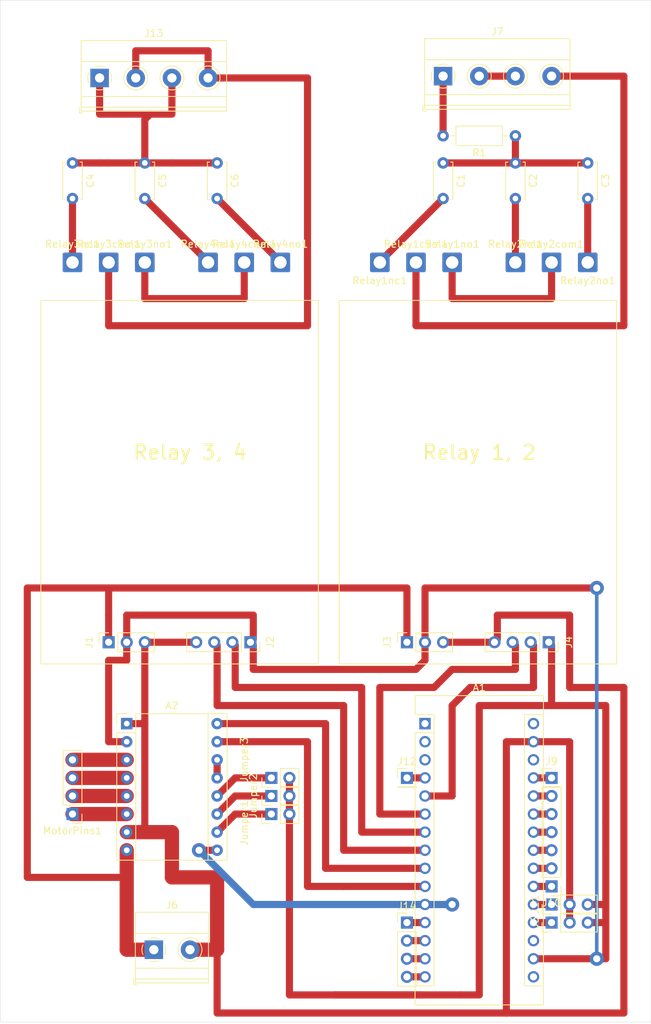
<source format=kicad_pcb>
(kicad_pcb (version 20171130) (host pcbnew "(5.1.6)-1")

  (general
    (thickness 1.6)
    (drawings 23)
    (tracks 186)
    (zones 0)
    (modules 38)
    (nets 54)
  )

  (page A4)
  (layers
    (0 F.Cu signal)
    (31 B.Cu signal)
    (32 B.Adhes user)
    (33 F.Adhes user)
    (34 B.Paste user)
    (35 F.Paste user)
    (36 B.SilkS user)
    (37 F.SilkS user)
    (38 B.Mask user)
    (39 F.Mask user)
    (40 Dwgs.User user)
    (41 Cmts.User user)
    (42 Eco1.User user)
    (43 Eco2.User user)
    (44 Edge.Cuts user)
    (45 Margin user)
    (46 B.CrtYd user)
    (47 F.CrtYd user)
    (48 B.Fab user)
    (49 F.Fab user)
  )

  (setup
    (last_trace_width 1)
    (user_trace_width 0.5)
    (user_trace_width 1)
    (user_trace_width 2)
    (user_trace_width 2.5)
    (trace_clearance 0.2)
    (zone_clearance 0.508)
    (zone_45_only no)
    (trace_min 0.2)
    (via_size 0.8)
    (via_drill 0.4)
    (via_min_size 0.4)
    (via_min_drill 0.3)
    (uvia_size 0.3)
    (uvia_drill 0.1)
    (uvias_allowed no)
    (uvia_min_size 0.2)
    (uvia_min_drill 0.1)
    (edge_width 0.05)
    (segment_width 0.2)
    (pcb_text_width 0.3)
    (pcb_text_size 1.5 1.5)
    (mod_edge_width 0.12)
    (mod_text_size 1 1)
    (mod_text_width 0.15)
    (pad_size 1.524 1.524)
    (pad_drill 0.762)
    (pad_to_mask_clearance 0.05)
    (aux_axis_origin 0 0)
    (visible_elements 7FFFFFFF)
    (pcbplotparams
      (layerselection 0x010fc_ffffffff)
      (usegerberextensions false)
      (usegerberattributes true)
      (usegerberadvancedattributes true)
      (creategerberjobfile true)
      (excludeedgelayer true)
      (linewidth 0.100000)
      (plotframeref false)
      (viasonmask false)
      (mode 1)
      (useauxorigin false)
      (hpglpennumber 1)
      (hpglpenspeed 20)
      (hpglpendiameter 15.000000)
      (psnegative false)
      (psa4output false)
      (plotreference true)
      (plotvalue true)
      (plotinvisibletext false)
      (padsonsilk false)
      (subtractmaskfromsilk false)
      (outputformat 1)
      (mirror false)
      (drillshape 1)
      (scaleselection 1)
      (outputdirectory ""))
  )

  (net 0 "")
  (net 1 "Net-(A1-Pad16)")
  (net 2 "Net-(A1-Pad15)")
  (net 3 "Net-(A1-Pad30)")
  (net 4 "Net-(A1-Pad14)")
  (net 5 GND)
  (net 6 "Net-(A1-Pad13)")
  (net 7 "Net-(A1-Pad28)")
  (net 8 "Net-(A1-Pad12)")
  (net 9 "Net-(A1-Pad27)")
  (net 10 "Net-(A1-Pad11)")
  (net 11 "Net-(A1-Pad26)")
  (net 12 "Net-(A1-Pad10)")
  (net 13 "Net-(A1-Pad25)")
  (net 14 "Net-(A1-Pad9)")
  (net 15 "Net-(A1-Pad24)")
  (net 16 "Net-(A1-Pad8)")
  (net 17 "Net-(A1-Pad23)")
  (net 18 "Net-(A1-Pad7)")
  (net 19 "Net-(A1-Pad22)")
  (net 20 "Net-(A1-Pad6)")
  (net 21 "Net-(A1-Pad21)")
  (net 22 "Net-(A1-Pad5)")
  (net 23 "Net-(A1-Pad20)")
  (net 24 "Net-(A1-Pad19)")
  (net 25 "Net-(A1-Pad3)")
  (net 26 "Net-(A1-Pad18)")
  (net 27 "Net-(A1-Pad2)")
  (net 28 "Net-(A1-Pad1)")
  (net 29 +12V)
  (net 30 "Net-(A2-Pad13)")
  (net 31 "Net-(A2-Pad6)")
  (net 32 "Net-(A2-Pad5)")
  (net 33 "Net-(A2-Pad12)")
  (net 34 "Net-(A2-Pad4)")
  (net 35 "Net-(A2-Pad11)")
  (net 36 "Net-(A2-Pad3)")
  (net 37 "Net-(A2-Pad10)")
  (net 38 +3V3)
  (net 39 "Net-(C1-Pad2)")
  (net 40 "Net-(C1-Pad1)")
  (net 41 "Net-(C2-Pad2)")
  (net 42 "Net-(C3-Pad2)")
  (net 43 "Net-(C4-Pad2)")
  (net 44 "Net-(J7-Pad2)")
  (net 45 "Net-(J7-Pad4)")
  (net 46 "Net-(A1-Pad4)")
  (net 47 "Net-(C4-Pad1)")
  (net 48 "Net-(C5-Pad2)")
  (net 49 "Net-(C6-Pad2)")
  (net 50 "Net-(J13-Pad2)")
  (net 51 "Net-(Relay1no1-Pad1)")
  (net 52 "Net-(Relay3no1-Pad1)")
  (net 53 "Net-(J7-Pad1)")

  (net_class Default "This is the default net class."
    (clearance 0.2)
    (trace_width 0.25)
    (via_dia 0.8)
    (via_drill 0.4)
    (uvia_dia 0.3)
    (uvia_drill 0.1)
    (add_net +12V)
    (add_net +3V3)
    (add_net GND)
    (add_net "Net-(A1-Pad1)")
    (add_net "Net-(A1-Pad10)")
    (add_net "Net-(A1-Pad11)")
    (add_net "Net-(A1-Pad12)")
    (add_net "Net-(A1-Pad13)")
    (add_net "Net-(A1-Pad14)")
    (add_net "Net-(A1-Pad15)")
    (add_net "Net-(A1-Pad16)")
    (add_net "Net-(A1-Pad18)")
    (add_net "Net-(A1-Pad19)")
    (add_net "Net-(A1-Pad2)")
    (add_net "Net-(A1-Pad20)")
    (add_net "Net-(A1-Pad21)")
    (add_net "Net-(A1-Pad22)")
    (add_net "Net-(A1-Pad23)")
    (add_net "Net-(A1-Pad24)")
    (add_net "Net-(A1-Pad25)")
    (add_net "Net-(A1-Pad26)")
    (add_net "Net-(A1-Pad27)")
    (add_net "Net-(A1-Pad28)")
    (add_net "Net-(A1-Pad3)")
    (add_net "Net-(A1-Pad30)")
    (add_net "Net-(A1-Pad4)")
    (add_net "Net-(A1-Pad5)")
    (add_net "Net-(A1-Pad6)")
    (add_net "Net-(A1-Pad7)")
    (add_net "Net-(A1-Pad8)")
    (add_net "Net-(A1-Pad9)")
    (add_net "Net-(A2-Pad10)")
    (add_net "Net-(A2-Pad11)")
    (add_net "Net-(A2-Pad12)")
    (add_net "Net-(A2-Pad13)")
    (add_net "Net-(A2-Pad3)")
    (add_net "Net-(A2-Pad4)")
    (add_net "Net-(A2-Pad5)")
    (add_net "Net-(A2-Pad6)")
    (add_net "Net-(C1-Pad1)")
    (add_net "Net-(C1-Pad2)")
    (add_net "Net-(C2-Pad2)")
    (add_net "Net-(C3-Pad2)")
    (add_net "Net-(C4-Pad1)")
    (add_net "Net-(C4-Pad2)")
    (add_net "Net-(C5-Pad2)")
    (add_net "Net-(C6-Pad2)")
    (add_net "Net-(J13-Pad2)")
    (add_net "Net-(J7-Pad1)")
    (add_net "Net-(J7-Pad2)")
    (add_net "Net-(J7-Pad4)")
    (add_net "Net-(Relay1no1-Pad1)")
    (add_net "Net-(Relay3no1-Pad1)")
  )

  (module Resistor_THT:R_Axial_DIN0207_L6.3mm_D2.5mm_P10.16mm_Horizontal (layer F.Cu) (tedit 5AE5139B) (tstamp 5F1F6C9F)
    (at 179.07 29.21 180)
    (descr "Resistor, Axial_DIN0207 series, Axial, Horizontal, pin pitch=10.16mm, 0.25W = 1/4W, length*diameter=6.3*2.5mm^2, http://cdn-reichelt.de/documents/datenblatt/B400/1_4W%23YAG.pdf")
    (tags "Resistor Axial_DIN0207 series Axial Horizontal pin pitch 10.16mm 0.25W = 1/4W length 6.3mm diameter 2.5mm")
    (path /5F1F9C10)
    (fp_text reference R1 (at 5.08 -2.37) (layer F.SilkS)
      (effects (font (size 1 1) (thickness 0.15)))
    )
    (fp_text value R (at 5.08 2.37) (layer F.Fab)
      (effects (font (size 1 1) (thickness 0.15)))
    )
    (fp_text user %R (at 5.08 0) (layer F.Fab)
      (effects (font (size 1 1) (thickness 0.15)))
    )
    (fp_line (start 1.93 -1.25) (end 1.93 1.25) (layer F.Fab) (width 0.1))
    (fp_line (start 1.93 1.25) (end 8.23 1.25) (layer F.Fab) (width 0.1))
    (fp_line (start 8.23 1.25) (end 8.23 -1.25) (layer F.Fab) (width 0.1))
    (fp_line (start 8.23 -1.25) (end 1.93 -1.25) (layer F.Fab) (width 0.1))
    (fp_line (start 0 0) (end 1.93 0) (layer F.Fab) (width 0.1))
    (fp_line (start 10.16 0) (end 8.23 0) (layer F.Fab) (width 0.1))
    (fp_line (start 1.81 -1.37) (end 1.81 1.37) (layer F.SilkS) (width 0.12))
    (fp_line (start 1.81 1.37) (end 8.35 1.37) (layer F.SilkS) (width 0.12))
    (fp_line (start 8.35 1.37) (end 8.35 -1.37) (layer F.SilkS) (width 0.12))
    (fp_line (start 8.35 -1.37) (end 1.81 -1.37) (layer F.SilkS) (width 0.12))
    (fp_line (start 1.04 0) (end 1.81 0) (layer F.SilkS) (width 0.12))
    (fp_line (start 9.12 0) (end 8.35 0) (layer F.SilkS) (width 0.12))
    (fp_line (start -1.05 -1.5) (end -1.05 1.5) (layer F.CrtYd) (width 0.05))
    (fp_line (start -1.05 1.5) (end 11.21 1.5) (layer F.CrtYd) (width 0.05))
    (fp_line (start 11.21 1.5) (end 11.21 -1.5) (layer F.CrtYd) (width 0.05))
    (fp_line (start 11.21 -1.5) (end -1.05 -1.5) (layer F.CrtYd) (width 0.05))
    (pad 2 thru_hole oval (at 10.16 0 180) (size 1.6 1.6) (drill 0.8) (layers *.Cu *.Mask)
      (net 53 "Net-(J7-Pad1)"))
    (pad 1 thru_hole circle (at 0 0 180) (size 1.6 1.6) (drill 0.8) (layers *.Cu *.Mask)
      (net 40 "Net-(C1-Pad1)"))
    (model ${KISYS3DMOD}/Resistor_THT.3dshapes/R_Axial_DIN0207_L6.3mm_D2.5mm_P10.16mm_Horizontal.wrl
      (at (xyz 0 0 0))
      (scale (xyz 1 1 1))
      (rotate (xyz 0 0 0))
    )
  )

  (module Connector_Wire:SolderWire-1sqmm_1x01_D1.4mm_OD2.7mm (layer F.Cu) (tedit 5EB70B43) (tstamp 5F17053D)
    (at 165.1 46.99)
    (descr "Soldered wire connection, for a single 1 mm² wire, basic insulation, conductor diameter 1.4mm, outer diameter 2.7mm, size source Multi-Contact FLEXI-E 1.0 (https://ec.staubli.com/AcroFiles/Catalogues/TM_Cab-Main-11014119_(en)_hi.pdf), bend radius 3 times outer diameter, generated with kicad-footprint-generator")
    (tags "connector wire 1sqmm")
    (path /5F2CE37E)
    (attr virtual)
    (fp_text reference Relay1com1 (at 0 -2.58) (layer F.SilkS)
      (effects (font (size 1 1) (thickness 0.15)))
    )
    (fp_text value Conn_01x01_Male (at 0 2.58) (layer F.Fab)
      (effects (font (size 1 1) (thickness 0.15)))
    )
    (fp_text user %R (at 0 0) (layer F.Fab)
      (effects (font (size 0.68 0.68) (thickness 0.1)))
    )
    (fp_circle (center 0 0) (end 1.35 0) (layer F.Fab) (width 0.1))
    (fp_line (start -2.1 -1.88) (end -2.1 1.88) (layer F.CrtYd) (width 0.05))
    (fp_line (start -2.1 1.88) (end 2.1 1.88) (layer F.CrtYd) (width 0.05))
    (fp_line (start 2.1 1.88) (end 2.1 -1.88) (layer F.CrtYd) (width 0.05))
    (fp_line (start 2.1 -1.88) (end -2.1 -1.88) (layer F.CrtYd) (width 0.05))
    (pad 1 thru_hole roundrect (at 0 0) (size 2.75 2.75) (drill 1.75) (layers *.Cu *.Mask) (roundrect_rratio 0.090909)
      (net 45 "Net-(J7-Pad4)"))
    (model ${KISYS3DMOD}/Connector_Wire.3dshapes/SolderWire-1sqmm_1x01_D1.4mm_OD2.7mm.wrl
      (at (xyz 0 0 0))
      (scale (xyz 1 1 1))
      (rotate (xyz 0 0 0))
    )
  )

  (module Connector_PinHeader_2.54mm:PinHeader_1x04_P2.54mm_Vertical (layer F.Cu) (tedit 59FED5CC) (tstamp 5F1F482C)
    (at 163.83 139.7)
    (descr "Through hole straight pin header, 1x04, 2.54mm pitch, single row")
    (tags "Through hole pin header THT 1x04 2.54mm single row")
    (path /5F1F7940)
    (fp_text reference J14 (at 0 -2.33) (layer F.SilkS)
      (effects (font (size 1 1) (thickness 0.15)))
    )
    (fp_text value Conn_01x04_Male (at 0 9.95) (layer F.Fab)
      (effects (font (size 1 1) (thickness 0.15)))
    )
    (fp_text user %R (at 0 3.81 90) (layer F.Fab)
      (effects (font (size 1 1) (thickness 0.15)))
    )
    (fp_line (start -0.635 -1.27) (end 1.27 -1.27) (layer F.Fab) (width 0.1))
    (fp_line (start 1.27 -1.27) (end 1.27 8.89) (layer F.Fab) (width 0.1))
    (fp_line (start 1.27 8.89) (end -1.27 8.89) (layer F.Fab) (width 0.1))
    (fp_line (start -1.27 8.89) (end -1.27 -0.635) (layer F.Fab) (width 0.1))
    (fp_line (start -1.27 -0.635) (end -0.635 -1.27) (layer F.Fab) (width 0.1))
    (fp_line (start -1.33 8.95) (end 1.33 8.95) (layer F.SilkS) (width 0.12))
    (fp_line (start -1.33 1.27) (end -1.33 8.95) (layer F.SilkS) (width 0.12))
    (fp_line (start 1.33 1.27) (end 1.33 8.95) (layer F.SilkS) (width 0.12))
    (fp_line (start -1.33 1.27) (end 1.33 1.27) (layer F.SilkS) (width 0.12))
    (fp_line (start -1.33 0) (end -1.33 -1.33) (layer F.SilkS) (width 0.12))
    (fp_line (start -1.33 -1.33) (end 0 -1.33) (layer F.SilkS) (width 0.12))
    (fp_line (start -1.8 -1.8) (end -1.8 9.4) (layer F.CrtYd) (width 0.05))
    (fp_line (start -1.8 9.4) (end 1.8 9.4) (layer F.CrtYd) (width 0.05))
    (fp_line (start 1.8 9.4) (end 1.8 -1.8) (layer F.CrtYd) (width 0.05))
    (fp_line (start 1.8 -1.8) (end -1.8 -1.8) (layer F.CrtYd) (width 0.05))
    (pad 4 thru_hole oval (at 0 7.62) (size 1.7 1.7) (drill 1) (layers *.Cu *.Mask)
      (net 2 "Net-(A1-Pad15)"))
    (pad 3 thru_hole oval (at 0 5.08) (size 1.7 1.7) (drill 1) (layers *.Cu *.Mask)
      (net 4 "Net-(A1-Pad14)"))
    (pad 2 thru_hole oval (at 0 2.54) (size 1.7 1.7) (drill 1) (layers *.Cu *.Mask)
      (net 6 "Net-(A1-Pad13)"))
    (pad 1 thru_hole rect (at 0 0) (size 1.7 1.7) (drill 1) (layers *.Cu *.Mask)
      (net 8 "Net-(A1-Pad12)"))
    (model ${KISYS3DMOD}/Connector_PinHeader_2.54mm.3dshapes/PinHeader_1x04_P2.54mm_Vertical.wrl
      (at (xyz 0 0 0))
      (scale (xyz 1 1 1))
      (rotate (xyz 0 0 0))
    )
  )

  (module Connector_Wire:SolderWire-1sqmm_1x01_D1.4mm_OD2.7mm (layer F.Cu) (tedit 5EB70B43) (tstamp 5F1794BD)
    (at 146.05 46.99)
    (descr "Soldered wire connection, for a single 1 mm² wire, basic insulation, conductor diameter 1.4mm, outer diameter 2.7mm, size source Multi-Contact FLEXI-E 1.0 (https://ec.staubli.com/AcroFiles/Catalogues/TM_Cab-Main-11014119_(en)_hi.pdf), bend radius 3 times outer diameter, generated with kicad-footprint-generator")
    (tags "connector wire 1sqmm")
    (path /5F3311F2)
    (attr virtual)
    (fp_text reference Relay4no1 (at 0 -2.58) (layer F.SilkS)
      (effects (font (size 1 1) (thickness 0.15)))
    )
    (fp_text value Conn_01x01_Female (at 0 2.58) (layer F.Fab)
      (effects (font (size 1 1) (thickness 0.15)))
    )
    (fp_circle (center 0 0) (end 1.35 0) (layer F.Fab) (width 0.1))
    (fp_line (start -2.1 -1.88) (end -2.1 1.88) (layer F.CrtYd) (width 0.05))
    (fp_line (start -2.1 1.88) (end 2.1 1.88) (layer F.CrtYd) (width 0.05))
    (fp_line (start 2.1 1.88) (end 2.1 -1.88) (layer F.CrtYd) (width 0.05))
    (fp_line (start 2.1 -1.88) (end -2.1 -1.88) (layer F.CrtYd) (width 0.05))
    (fp_text user %R (at 0 0) (layer F.Fab)
      (effects (font (size 0.68 0.68) (thickness 0.1)))
    )
    (pad 1 thru_hole roundrect (at 0 0) (size 2.75 2.75) (drill 1.75) (layers *.Cu *.Mask) (roundrect_rratio 0.090909)
      (net 49 "Net-(C6-Pad2)"))
    (model ${KISYS3DMOD}/Connector_Wire.3dshapes/SolderWire-1sqmm_1x01_D1.4mm_OD2.7mm.wrl
      (at (xyz 0 0 0))
      (scale (xyz 1 1 1))
      (rotate (xyz 0 0 0))
    )
  )

  (module Connector_Wire:SolderWire-1sqmm_1x01_D1.4mm_OD2.7mm (layer F.Cu) (tedit 5EB70B43) (tstamp 5F1794B2)
    (at 135.89 46.99)
    (descr "Soldered wire connection, for a single 1 mm² wire, basic insulation, conductor diameter 1.4mm, outer diameter 2.7mm, size source Multi-Contact FLEXI-E 1.0 (https://ec.staubli.com/AcroFiles/Catalogues/TM_Cab-Main-11014119_(en)_hi.pdf), bend radius 3 times outer diameter, generated with kicad-footprint-generator")
    (tags "connector wire 1sqmm")
    (path /5F331217)
    (attr virtual)
    (fp_text reference Relay4nc1 (at 0 -2.58) (layer F.SilkS)
      (effects (font (size 1 1) (thickness 0.15)))
    )
    (fp_text value Conn_01x01_Female (at 0 2.58) (layer F.Fab)
      (effects (font (size 1 1) (thickness 0.15)))
    )
    (fp_circle (center 0 0) (end 1.35 0) (layer F.Fab) (width 0.1))
    (fp_line (start -2.1 -1.88) (end -2.1 1.88) (layer F.CrtYd) (width 0.05))
    (fp_line (start -2.1 1.88) (end 2.1 1.88) (layer F.CrtYd) (width 0.05))
    (fp_line (start 2.1 1.88) (end 2.1 -1.88) (layer F.CrtYd) (width 0.05))
    (fp_line (start 2.1 -1.88) (end -2.1 -1.88) (layer F.CrtYd) (width 0.05))
    (fp_text user %R (at 0 0) (layer F.Fab)
      (effects (font (size 0.68 0.68) (thickness 0.1)))
    )
    (pad 1 thru_hole roundrect (at 0 0) (size 2.75 2.75) (drill 1.75) (layers *.Cu *.Mask) (roundrect_rratio 0.090909)
      (net 48 "Net-(C5-Pad2)"))
    (model ${KISYS3DMOD}/Connector_Wire.3dshapes/SolderWire-1sqmm_1x01_D1.4mm_OD2.7mm.wrl
      (at (xyz 0 0 0))
      (scale (xyz 1 1 1))
      (rotate (xyz 0 0 0))
    )
  )

  (module Connector_Wire:SolderWire-1sqmm_1x01_D1.4mm_OD2.7mm (layer F.Cu) (tedit 5EB70B43) (tstamp 5F1794A7)
    (at 140.97 46.99)
    (descr "Soldered wire connection, for a single 1 mm² wire, basic insulation, conductor diameter 1.4mm, outer diameter 2.7mm, size source Multi-Contact FLEXI-E 1.0 (https://ec.staubli.com/AcroFiles/Catalogues/TM_Cab-Main-11014119_(en)_hi.pdf), bend radius 3 times outer diameter, generated with kicad-footprint-generator")
    (tags "connector wire 1sqmm")
    (path /5F3311FC)
    (attr virtual)
    (fp_text reference Relay4com1 (at 0 -2.58) (layer F.SilkS)
      (effects (font (size 1 1) (thickness 0.15)))
    )
    (fp_text value Conn_01x01_Male (at 0 2.58) (layer F.Fab)
      (effects (font (size 1 1) (thickness 0.15)))
    )
    (fp_circle (center 0 0) (end 1.35 0) (layer F.Fab) (width 0.1))
    (fp_line (start -2.1 -1.88) (end -2.1 1.88) (layer F.CrtYd) (width 0.05))
    (fp_line (start -2.1 1.88) (end 2.1 1.88) (layer F.CrtYd) (width 0.05))
    (fp_line (start 2.1 1.88) (end 2.1 -1.88) (layer F.CrtYd) (width 0.05))
    (fp_line (start 2.1 -1.88) (end -2.1 -1.88) (layer F.CrtYd) (width 0.05))
    (fp_text user %R (at 0 0) (layer F.Fab)
      (effects (font (size 0.68 0.68) (thickness 0.1)))
    )
    (pad 1 thru_hole roundrect (at 0 0) (size 2.75 2.75) (drill 1.75) (layers *.Cu *.Mask) (roundrect_rratio 0.090909)
      (net 52 "Net-(Relay3no1-Pad1)"))
    (model ${KISYS3DMOD}/Connector_Wire.3dshapes/SolderWire-1sqmm_1x01_D1.4mm_OD2.7mm.wrl
      (at (xyz 0 0 0))
      (scale (xyz 1 1 1))
      (rotate (xyz 0 0 0))
    )
  )

  (module Connector_Wire:SolderWire-1sqmm_1x01_D1.4mm_OD2.7mm (layer F.Cu) (tedit 5EB70B43) (tstamp 5F17949C)
    (at 127 46.99)
    (descr "Soldered wire connection, for a single 1 mm² wire, basic insulation, conductor diameter 1.4mm, outer diameter 2.7mm, size source Multi-Contact FLEXI-E 1.0 (https://ec.staubli.com/AcroFiles/Catalogues/TM_Cab-Main-11014119_(en)_hi.pdf), bend radius 3 times outer diameter, generated with kicad-footprint-generator")
    (tags "connector wire 1sqmm")
    (path /5F33120D)
    (attr virtual)
    (fp_text reference Relay3no1 (at 0 -2.58) (layer F.SilkS)
      (effects (font (size 1 1) (thickness 0.15)))
    )
    (fp_text value Conn_01x01_Female (at 0 2.58) (layer F.Fab)
      (effects (font (size 1 1) (thickness 0.15)))
    )
    (fp_circle (center 0 0) (end 1.35 0) (layer F.Fab) (width 0.1))
    (fp_line (start -2.1 -1.88) (end -2.1 1.88) (layer F.CrtYd) (width 0.05))
    (fp_line (start -2.1 1.88) (end 2.1 1.88) (layer F.CrtYd) (width 0.05))
    (fp_line (start 2.1 1.88) (end 2.1 -1.88) (layer F.CrtYd) (width 0.05))
    (fp_line (start 2.1 -1.88) (end -2.1 -1.88) (layer F.CrtYd) (width 0.05))
    (fp_text user %R (at 0 0) (layer F.Fab)
      (effects (font (size 0.68 0.68) (thickness 0.1)))
    )
    (pad 1 thru_hole roundrect (at 0 0) (size 2.75 2.75) (drill 1.75) (layers *.Cu *.Mask) (roundrect_rratio 0.090909)
      (net 52 "Net-(Relay3no1-Pad1)"))
    (model ${KISYS3DMOD}/Connector_Wire.3dshapes/SolderWire-1sqmm_1x01_D1.4mm_OD2.7mm.wrl
      (at (xyz 0 0 0))
      (scale (xyz 1 1 1))
      (rotate (xyz 0 0 0))
    )
  )

  (module Connector_Wire:SolderWire-1sqmm_1x01_D1.4mm_OD2.7mm (layer F.Cu) (tedit 5EB70B43) (tstamp 5F179491)
    (at 116.84 46.99)
    (descr "Soldered wire connection, for a single 1 mm² wire, basic insulation, conductor diameter 1.4mm, outer diameter 2.7mm, size source Multi-Contact FLEXI-E 1.0 (https://ec.staubli.com/AcroFiles/Catalogues/TM_Cab-Main-11014119_(en)_hi.pdf), bend radius 3 times outer diameter, generated with kicad-footprint-generator")
    (tags "connector wire 1sqmm")
    (path /5F3311DE)
    (attr virtual)
    (fp_text reference Relay3nc1 (at 0 -2.58) (layer F.SilkS)
      (effects (font (size 1 1) (thickness 0.15)))
    )
    (fp_text value Conn_01x01_Female (at 0 2.58) (layer F.Fab)
      (effects (font (size 1 1) (thickness 0.15)))
    )
    (fp_circle (center 0 0) (end 1.35 0) (layer F.Fab) (width 0.1))
    (fp_line (start -2.1 -1.88) (end -2.1 1.88) (layer F.CrtYd) (width 0.05))
    (fp_line (start -2.1 1.88) (end 2.1 1.88) (layer F.CrtYd) (width 0.05))
    (fp_line (start 2.1 1.88) (end 2.1 -1.88) (layer F.CrtYd) (width 0.05))
    (fp_line (start 2.1 -1.88) (end -2.1 -1.88) (layer F.CrtYd) (width 0.05))
    (fp_text user %R (at 0 0) (layer F.Fab)
      (effects (font (size 0.68 0.68) (thickness 0.1)))
    )
    (pad 1 thru_hole roundrect (at 0 0) (size 2.75 2.75) (drill 1.75) (layers *.Cu *.Mask) (roundrect_rratio 0.090909)
      (net 43 "Net-(C4-Pad2)"))
    (model ${KISYS3DMOD}/Connector_Wire.3dshapes/SolderWire-1sqmm_1x01_D1.4mm_OD2.7mm.wrl
      (at (xyz 0 0 0))
      (scale (xyz 1 1 1))
      (rotate (xyz 0 0 0))
    )
  )

  (module Connector_Wire:SolderWire-1sqmm_1x01_D1.4mm_OD2.7mm (layer F.Cu) (tedit 5EB70B43) (tstamp 5F179486)
    (at 121.92 46.99)
    (descr "Soldered wire connection, for a single 1 mm² wire, basic insulation, conductor diameter 1.4mm, outer diameter 2.7mm, size source Multi-Contact FLEXI-E 1.0 (https://ec.staubli.com/AcroFiles/Catalogues/TM_Cab-Main-11014119_(en)_hi.pdf), bend radius 3 times outer diameter, generated with kicad-footprint-generator")
    (tags "connector wire 1sqmm")
    (path /5F3311E8)
    (attr virtual)
    (fp_text reference Relay3com1 (at 0 -2.58) (layer F.SilkS)
      (effects (font (size 1 1) (thickness 0.15)))
    )
    (fp_text value Conn_01x01_Male (at 0 2.58) (layer F.Fab)
      (effects (font (size 1 1) (thickness 0.15)))
    )
    (fp_circle (center 0 0) (end 1.35 0) (layer F.Fab) (width 0.1))
    (fp_line (start -2.1 -1.88) (end -2.1 1.88) (layer F.CrtYd) (width 0.05))
    (fp_line (start -2.1 1.88) (end 2.1 1.88) (layer F.CrtYd) (width 0.05))
    (fp_line (start 2.1 1.88) (end 2.1 -1.88) (layer F.CrtYd) (width 0.05))
    (fp_line (start 2.1 -1.88) (end -2.1 -1.88) (layer F.CrtYd) (width 0.05))
    (fp_text user %R (at 0 0) (layer F.Fab)
      (effects (font (size 0.68 0.68) (thickness 0.1)))
    )
    (pad 1 thru_hole roundrect (at 0 0) (size 2.75 2.75) (drill 1.75) (layers *.Cu *.Mask) (roundrect_rratio 0.090909)
      (net 50 "Net-(J13-Pad2)"))
    (model ${KISYS3DMOD}/Connector_Wire.3dshapes/SolderWire-1sqmm_1x01_D1.4mm_OD2.7mm.wrl
      (at (xyz 0 0 0))
      (scale (xyz 1 1 1))
      (rotate (xyz 0 0 0))
    )
  )

  (module Connector_Wire:SolderWire-1sqmm_1x01_D1.4mm_OD2.7mm (layer F.Cu) (tedit 5EB70B43) (tstamp 5F179467)
    (at 179.07 46.99)
    (descr "Soldered wire connection, for a single 1 mm² wire, basic insulation, conductor diameter 1.4mm, outer diameter 2.7mm, size source Multi-Contact FLEXI-E 1.0 (https://ec.staubli.com/AcroFiles/Catalogues/TM_Cab-Main-11014119_(en)_hi.pdf), bend radius 3 times outer diameter, generated with kicad-footprint-generator")
    (tags "connector wire 1sqmm")
    (path /5F2FE03A)
    (attr virtual)
    (fp_text reference Relay2nc1 (at 0 -2.58) (layer F.SilkS)
      (effects (font (size 1 1) (thickness 0.15)))
    )
    (fp_text value Conn_01x01_Female (at 0 2.58) (layer F.Fab)
      (effects (font (size 1 1) (thickness 0.15)))
    )
    (fp_circle (center 0 0) (end 1.35 0) (layer F.Fab) (width 0.1))
    (fp_line (start -2.1 -1.88) (end -2.1 1.88) (layer F.CrtYd) (width 0.05))
    (fp_line (start -2.1 1.88) (end 2.1 1.88) (layer F.CrtYd) (width 0.05))
    (fp_line (start 2.1 1.88) (end 2.1 -1.88) (layer F.CrtYd) (width 0.05))
    (fp_line (start 2.1 -1.88) (end -2.1 -1.88) (layer F.CrtYd) (width 0.05))
    (fp_text user %R (at 0 0) (layer F.Fab)
      (effects (font (size 0.68 0.68) (thickness 0.1)))
    )
    (pad 1 thru_hole roundrect (at 0 0) (size 2.75 2.75) (drill 1.75) (layers *.Cu *.Mask) (roundrect_rratio 0.090909)
      (net 41 "Net-(C2-Pad2)"))
    (model ${KISYS3DMOD}/Connector_Wire.3dshapes/SolderWire-1sqmm_1x01_D1.4mm_OD2.7mm.wrl
      (at (xyz 0 0 0))
      (scale (xyz 1 1 1))
      (rotate (xyz 0 0 0))
    )
  )

  (module Connector_Wire:SolderWire-1sqmm_1x01_D1.4mm_OD2.7mm (layer F.Cu) (tedit 5EB70B43) (tstamp 5F179448)
    (at 170.18 46.99)
    (descr "Soldered wire connection, for a single 1 mm² wire, basic insulation, conductor diameter 1.4mm, outer diameter 2.7mm, size source Multi-Contact FLEXI-E 1.0 (https://ec.staubli.com/AcroFiles/Catalogues/TM_Cab-Main-11014119_(en)_hi.pdf), bend radius 3 times outer diameter, generated with kicad-footprint-generator")
    (tags "connector wire 1sqmm")
    (path /5F2D9D36)
    (attr virtual)
    (fp_text reference Relay1no1 (at 0 -2.58) (layer F.SilkS)
      (effects (font (size 1 1) (thickness 0.15)))
    )
    (fp_text value Conn_01x01_Female (at 0 2.58) (layer F.Fab)
      (effects (font (size 1 1) (thickness 0.15)))
    )
    (fp_circle (center 0 0) (end 1.35 0) (layer F.Fab) (width 0.1))
    (fp_line (start -2.1 -1.88) (end -2.1 1.88) (layer F.CrtYd) (width 0.05))
    (fp_line (start -2.1 1.88) (end 2.1 1.88) (layer F.CrtYd) (width 0.05))
    (fp_line (start 2.1 1.88) (end 2.1 -1.88) (layer F.CrtYd) (width 0.05))
    (fp_line (start 2.1 -1.88) (end -2.1 -1.88) (layer F.CrtYd) (width 0.05))
    (fp_text user %R (at 0 0) (layer F.Fab)
      (effects (font (size 0.68 0.68) (thickness 0.1)))
    )
    (pad 1 thru_hole roundrect (at 0 0) (size 2.75 2.75) (drill 1.75) (layers *.Cu *.Mask) (roundrect_rratio 0.090909)
      (net 51 "Net-(Relay1no1-Pad1)"))
    (model ${KISYS3DMOD}/Connector_Wire.3dshapes/SolderWire-1sqmm_1x01_D1.4mm_OD2.7mm.wrl
      (at (xyz 0 0 0))
      (scale (xyz 1 1 1))
      (rotate (xyz 0 0 0))
    )
  )

  (module TerminalBlock_Phoenix:TerminalBlock_Phoenix_MKDS-1,5-4-5.08_1x04_P5.08mm_Horizontal (layer F.Cu) (tedit 5B294EBC) (tstamp 5F179369)
    (at 120.65 21.082)
    (descr "Terminal Block Phoenix MKDS-1,5-4-5.08, 4 pins, pitch 5.08mm, size 20.3x9.8mm^2, drill diamater 1.3mm, pad diameter 2.6mm, see http://www.farnell.com/datasheets/100425.pdf, script-generated using https://github.com/pointhi/kicad-footprint-generator/scripts/TerminalBlock_Phoenix")
    (tags "THT Terminal Block Phoenix MKDS-1,5-4-5.08 pitch 5.08mm size 20.3x9.8mm^2 drill 1.3mm pad 2.6mm")
    (path /5F28F48A)
    (fp_text reference J13 (at 7.62 -6.26) (layer F.SilkS)
      (effects (font (size 1 1) (thickness 0.15)))
    )
    (fp_text value Conn_01x04_Female (at 7.62 5.66) (layer F.Fab)
      (effects (font (size 1 1) (thickness 0.15)))
    )
    (fp_circle (center 0 0) (end 1.5 0) (layer F.Fab) (width 0.1))
    (fp_circle (center 5.08 0) (end 6.58 0) (layer F.Fab) (width 0.1))
    (fp_circle (center 5.08 0) (end 6.76 0) (layer F.SilkS) (width 0.12))
    (fp_circle (center 10.16 0) (end 11.66 0) (layer F.Fab) (width 0.1))
    (fp_circle (center 10.16 0) (end 11.84 0) (layer F.SilkS) (width 0.12))
    (fp_circle (center 15.24 0) (end 16.74 0) (layer F.Fab) (width 0.1))
    (fp_circle (center 15.24 0) (end 16.92 0) (layer F.SilkS) (width 0.12))
    (fp_line (start -2.54 -5.2) (end 17.78 -5.2) (layer F.Fab) (width 0.1))
    (fp_line (start 17.78 -5.2) (end 17.78 4.6) (layer F.Fab) (width 0.1))
    (fp_line (start 17.78 4.6) (end -2.04 4.6) (layer F.Fab) (width 0.1))
    (fp_line (start -2.04 4.6) (end -2.54 4.1) (layer F.Fab) (width 0.1))
    (fp_line (start -2.54 4.1) (end -2.54 -5.2) (layer F.Fab) (width 0.1))
    (fp_line (start -2.54 4.1) (end 17.78 4.1) (layer F.Fab) (width 0.1))
    (fp_line (start -2.6 4.1) (end 17.84 4.1) (layer F.SilkS) (width 0.12))
    (fp_line (start -2.54 2.6) (end 17.78 2.6) (layer F.Fab) (width 0.1))
    (fp_line (start -2.6 2.6) (end 17.84 2.6) (layer F.SilkS) (width 0.12))
    (fp_line (start -2.54 -2.3) (end 17.78 -2.3) (layer F.Fab) (width 0.1))
    (fp_line (start -2.6 -2.301) (end 17.84 -2.301) (layer F.SilkS) (width 0.12))
    (fp_line (start -2.6 -5.261) (end 17.84 -5.261) (layer F.SilkS) (width 0.12))
    (fp_line (start -2.6 4.66) (end 17.84 4.66) (layer F.SilkS) (width 0.12))
    (fp_line (start -2.6 -5.261) (end -2.6 4.66) (layer F.SilkS) (width 0.12))
    (fp_line (start 17.84 -5.261) (end 17.84 4.66) (layer F.SilkS) (width 0.12))
    (fp_line (start 1.138 -0.955) (end -0.955 1.138) (layer F.Fab) (width 0.1))
    (fp_line (start 0.955 -1.138) (end -1.138 0.955) (layer F.Fab) (width 0.1))
    (fp_line (start 6.218 -0.955) (end 4.126 1.138) (layer F.Fab) (width 0.1))
    (fp_line (start 6.035 -1.138) (end 3.943 0.955) (layer F.Fab) (width 0.1))
    (fp_line (start 6.355 -1.069) (end 6.308 -1.023) (layer F.SilkS) (width 0.12))
    (fp_line (start 4.046 1.239) (end 4.011 1.274) (layer F.SilkS) (width 0.12))
    (fp_line (start 6.15 -1.275) (end 6.115 -1.239) (layer F.SilkS) (width 0.12))
    (fp_line (start 3.853 1.023) (end 3.806 1.069) (layer F.SilkS) (width 0.12))
    (fp_line (start 11.298 -0.955) (end 9.206 1.138) (layer F.Fab) (width 0.1))
    (fp_line (start 11.115 -1.138) (end 9.023 0.955) (layer F.Fab) (width 0.1))
    (fp_line (start 11.435 -1.069) (end 11.388 -1.023) (layer F.SilkS) (width 0.12))
    (fp_line (start 9.126 1.239) (end 9.091 1.274) (layer F.SilkS) (width 0.12))
    (fp_line (start 11.23 -1.275) (end 11.195 -1.239) (layer F.SilkS) (width 0.12))
    (fp_line (start 8.933 1.023) (end 8.886 1.069) (layer F.SilkS) (width 0.12))
    (fp_line (start 16.378 -0.955) (end 14.286 1.138) (layer F.Fab) (width 0.1))
    (fp_line (start 16.195 -1.138) (end 14.103 0.955) (layer F.Fab) (width 0.1))
    (fp_line (start 16.515 -1.069) (end 16.468 -1.023) (layer F.SilkS) (width 0.12))
    (fp_line (start 14.206 1.239) (end 14.171 1.274) (layer F.SilkS) (width 0.12))
    (fp_line (start 16.31 -1.275) (end 16.275 -1.239) (layer F.SilkS) (width 0.12))
    (fp_line (start 14.013 1.023) (end 13.966 1.069) (layer F.SilkS) (width 0.12))
    (fp_line (start -2.84 4.16) (end -2.84 4.9) (layer F.SilkS) (width 0.12))
    (fp_line (start -2.84 4.9) (end -2.34 4.9) (layer F.SilkS) (width 0.12))
    (fp_line (start -3.04 -5.71) (end -3.04 5.1) (layer F.CrtYd) (width 0.05))
    (fp_line (start -3.04 5.1) (end 18.28 5.1) (layer F.CrtYd) (width 0.05))
    (fp_line (start 18.28 5.1) (end 18.28 -5.71) (layer F.CrtYd) (width 0.05))
    (fp_line (start 18.28 -5.71) (end -3.04 -5.71) (layer F.CrtYd) (width 0.05))
    (fp_text user %R (at 7.62 3.2) (layer F.Fab)
      (effects (font (size 1 1) (thickness 0.15)))
    )
    (fp_arc (start 0 0) (end -0.684 1.535) (angle -25) (layer F.SilkS) (width 0.12))
    (fp_arc (start 0 0) (end -1.535 -0.684) (angle -48) (layer F.SilkS) (width 0.12))
    (fp_arc (start 0 0) (end 0.684 -1.535) (angle -48) (layer F.SilkS) (width 0.12))
    (fp_arc (start 0 0) (end 1.535 0.684) (angle -48) (layer F.SilkS) (width 0.12))
    (fp_arc (start 0 0) (end 0 1.68) (angle -24) (layer F.SilkS) (width 0.12))
    (pad 4 thru_hole circle (at 15.24 0) (size 2.6 2.6) (drill 1.3) (layers *.Cu *.Mask)
      (net 50 "Net-(J13-Pad2)"))
    (pad 3 thru_hole circle (at 10.16 0) (size 2.6 2.6) (drill 1.3) (layers *.Cu *.Mask)
      (net 47 "Net-(C4-Pad1)"))
    (pad 2 thru_hole circle (at 5.08 0) (size 2.6 2.6) (drill 1.3) (layers *.Cu *.Mask)
      (net 50 "Net-(J13-Pad2)"))
    (pad 1 thru_hole rect (at 0 0) (size 2.6 2.6) (drill 1.3) (layers *.Cu *.Mask)
      (net 47 "Net-(C4-Pad1)"))
    (model ${KISYS3DMOD}/TerminalBlock_Phoenix.3dshapes/TerminalBlock_Phoenix_MKDS-1,5-4-5.08_1x04_P5.08mm_Horizontal.wrl
      (at (xyz 0 0 0))
      (scale (xyz 1 1 1))
      (rotate (xyz 0 0 0))
    )
  )

  (module Capacitor_THT:C_Disc_D5.0mm_W2.5mm_P5.00mm (layer F.Cu) (tedit 5AE50EF0) (tstamp 5F17909D)
    (at 137.16 33.02 270)
    (descr "C, Disc series, Radial, pin pitch=5.00mm, , diameter*width=5*2.5mm^2, Capacitor, http://cdn-reichelt.de/documents/datenblatt/B300/DS_KERKO_TC.pdf")
    (tags "C Disc series Radial pin pitch 5.00mm  diameter 5mm width 2.5mm Capacitor")
    (path /5F3311C9)
    (fp_text reference C6 (at 2.5 -2.5 90) (layer F.SilkS)
      (effects (font (size 1 1) (thickness 0.15)))
    )
    (fp_text value C (at 2.5 2.5 90) (layer F.Fab)
      (effects (font (size 1 1) (thickness 0.15)))
    )
    (fp_line (start 0 -1.25) (end 0 1.25) (layer F.Fab) (width 0.1))
    (fp_line (start 0 1.25) (end 5 1.25) (layer F.Fab) (width 0.1))
    (fp_line (start 5 1.25) (end 5 -1.25) (layer F.Fab) (width 0.1))
    (fp_line (start 5 -1.25) (end 0 -1.25) (layer F.Fab) (width 0.1))
    (fp_line (start -0.12 -1.37) (end 5.12 -1.37) (layer F.SilkS) (width 0.12))
    (fp_line (start -0.12 1.37) (end 5.12 1.37) (layer F.SilkS) (width 0.12))
    (fp_line (start -0.12 -1.37) (end -0.12 -1.055) (layer F.SilkS) (width 0.12))
    (fp_line (start -0.12 1.055) (end -0.12 1.37) (layer F.SilkS) (width 0.12))
    (fp_line (start 5.12 -1.37) (end 5.12 -1.055) (layer F.SilkS) (width 0.12))
    (fp_line (start 5.12 1.055) (end 5.12 1.37) (layer F.SilkS) (width 0.12))
    (fp_line (start -1.05 -1.5) (end -1.05 1.5) (layer F.CrtYd) (width 0.05))
    (fp_line (start -1.05 1.5) (end 6.05 1.5) (layer F.CrtYd) (width 0.05))
    (fp_line (start 6.05 1.5) (end 6.05 -1.5) (layer F.CrtYd) (width 0.05))
    (fp_line (start 6.05 -1.5) (end -1.05 -1.5) (layer F.CrtYd) (width 0.05))
    (fp_text user %R (at 2.5 0 90) (layer F.Fab)
      (effects (font (size 1 1) (thickness 0.15)))
    )
    (pad 2 thru_hole circle (at 5 0 270) (size 1.6 1.6) (drill 0.8) (layers *.Cu *.Mask)
      (net 49 "Net-(C6-Pad2)"))
    (pad 1 thru_hole circle (at 0 0 270) (size 1.6 1.6) (drill 0.8) (layers *.Cu *.Mask)
      (net 47 "Net-(C4-Pad1)"))
    (model ${KISYS3DMOD}/Capacitor_THT.3dshapes/C_Disc_D5.0mm_W2.5mm_P5.00mm.wrl
      (at (xyz 0 0 0))
      (scale (xyz 1 1 1))
      (rotate (xyz 0 0 0))
    )
  )

  (module Capacitor_THT:C_Disc_D5.0mm_W2.5mm_P5.00mm (layer F.Cu) (tedit 5AE50EF0) (tstamp 5F179088)
    (at 127 33.02 270)
    (descr "C, Disc series, Radial, pin pitch=5.00mm, , diameter*width=5*2.5mm^2, Capacitor, http://cdn-reichelt.de/documents/datenblatt/B300/DS_KERKO_TC.pdf")
    (tags "C Disc series Radial pin pitch 5.00mm  diameter 5mm width 2.5mm Capacitor")
    (path /5F3311BF)
    (fp_text reference C5 (at 2.5 -2.5 90) (layer F.SilkS)
      (effects (font (size 1 1) (thickness 0.15)))
    )
    (fp_text value C (at 2.5 2.5 90) (layer F.Fab)
      (effects (font (size 1 1) (thickness 0.15)))
    )
    (fp_line (start 0 -1.25) (end 0 1.25) (layer F.Fab) (width 0.1))
    (fp_line (start 0 1.25) (end 5 1.25) (layer F.Fab) (width 0.1))
    (fp_line (start 5 1.25) (end 5 -1.25) (layer F.Fab) (width 0.1))
    (fp_line (start 5 -1.25) (end 0 -1.25) (layer F.Fab) (width 0.1))
    (fp_line (start -0.12 -1.37) (end 5.12 -1.37) (layer F.SilkS) (width 0.12))
    (fp_line (start -0.12 1.37) (end 5.12 1.37) (layer F.SilkS) (width 0.12))
    (fp_line (start -0.12 -1.37) (end -0.12 -1.055) (layer F.SilkS) (width 0.12))
    (fp_line (start -0.12 1.055) (end -0.12 1.37) (layer F.SilkS) (width 0.12))
    (fp_line (start 5.12 -1.37) (end 5.12 -1.055) (layer F.SilkS) (width 0.12))
    (fp_line (start 5.12 1.055) (end 5.12 1.37) (layer F.SilkS) (width 0.12))
    (fp_line (start -1.05 -1.5) (end -1.05 1.5) (layer F.CrtYd) (width 0.05))
    (fp_line (start -1.05 1.5) (end 6.05 1.5) (layer F.CrtYd) (width 0.05))
    (fp_line (start 6.05 1.5) (end 6.05 -1.5) (layer F.CrtYd) (width 0.05))
    (fp_line (start 6.05 -1.5) (end -1.05 -1.5) (layer F.CrtYd) (width 0.05))
    (fp_text user %R (at 2.5 0 270) (layer F.Fab)
      (effects (font (size 1 1) (thickness 0.15)))
    )
    (pad 2 thru_hole circle (at 5 0 270) (size 1.6 1.6) (drill 0.8) (layers *.Cu *.Mask)
      (net 48 "Net-(C5-Pad2)"))
    (pad 1 thru_hole circle (at 0 0 270) (size 1.6 1.6) (drill 0.8) (layers *.Cu *.Mask)
      (net 47 "Net-(C4-Pad1)"))
    (model ${KISYS3DMOD}/Capacitor_THT.3dshapes/C_Disc_D5.0mm_W2.5mm_P5.00mm.wrl
      (at (xyz 0 0 0))
      (scale (xyz 1 1 1))
      (rotate (xyz 0 0 0))
    )
  )

  (module Capacitor_THT:C_Disc_D5.0mm_W2.5mm_P5.00mm (layer F.Cu) (tedit 5AE50EF0) (tstamp 5F179073)
    (at 116.84 33.02 270)
    (descr "C, Disc series, Radial, pin pitch=5.00mm, , diameter*width=5*2.5mm^2, Capacitor, http://cdn-reichelt.de/documents/datenblatt/B300/DS_KERKO_TC.pdf")
    (tags "C Disc series Radial pin pitch 5.00mm  diameter 5mm width 2.5mm Capacitor")
    (path /5F3311D3)
    (fp_text reference C4 (at 2.5 -2.5 90) (layer F.SilkS)
      (effects (font (size 1 1) (thickness 0.15)))
    )
    (fp_text value C (at 2.5 2.5 90) (layer F.Fab)
      (effects (font (size 1 1) (thickness 0.15)))
    )
    (fp_line (start 0 -1.25) (end 0 1.25) (layer F.Fab) (width 0.1))
    (fp_line (start 0 1.25) (end 5 1.25) (layer F.Fab) (width 0.1))
    (fp_line (start 5 1.25) (end 5 -1.25) (layer F.Fab) (width 0.1))
    (fp_line (start 5 -1.25) (end 0 -1.25) (layer F.Fab) (width 0.1))
    (fp_line (start -0.12 -1.37) (end 5.12 -1.37) (layer F.SilkS) (width 0.12))
    (fp_line (start -0.12 1.37) (end 5.12 1.37) (layer F.SilkS) (width 0.12))
    (fp_line (start -0.12 -1.37) (end -0.12 -1.055) (layer F.SilkS) (width 0.12))
    (fp_line (start -0.12 1.055) (end -0.12 1.37) (layer F.SilkS) (width 0.12))
    (fp_line (start 5.12 -1.37) (end 5.12 -1.055) (layer F.SilkS) (width 0.12))
    (fp_line (start 5.12 1.055) (end 5.12 1.37) (layer F.SilkS) (width 0.12))
    (fp_line (start -1.05 -1.5) (end -1.05 1.5) (layer F.CrtYd) (width 0.05))
    (fp_line (start -1.05 1.5) (end 6.05 1.5) (layer F.CrtYd) (width 0.05))
    (fp_line (start 6.05 1.5) (end 6.05 -1.5) (layer F.CrtYd) (width 0.05))
    (fp_line (start 6.05 -1.5) (end -1.05 -1.5) (layer F.CrtYd) (width 0.05))
    (fp_text user %R (at 2.5 0 90) (layer F.Fab)
      (effects (font (size 1 1) (thickness 0.15)))
    )
    (pad 2 thru_hole circle (at 5 0 270) (size 1.6 1.6) (drill 0.8) (layers *.Cu *.Mask)
      (net 43 "Net-(C4-Pad2)"))
    (pad 1 thru_hole circle (at 0 0 270) (size 1.6 1.6) (drill 0.8) (layers *.Cu *.Mask)
      (net 47 "Net-(C4-Pad1)"))
    (model ${KISYS3DMOD}/Capacitor_THT.3dshapes/C_Disc_D5.0mm_W2.5mm_P5.00mm.wrl
      (at (xyz 0 0 0))
      (scale (xyz 1 1 1))
      (rotate (xyz 0 0 0))
    )
  )

  (module Module:Arduino_Nano (layer F.Cu) (tedit 58ACAF70) (tstamp 5F160773)
    (at 166.37 111.76)
    (descr "Arduino Nano, http://www.mouser.com/pdfdocs/Gravitech_Arduino_Nano3_0.pdf")
    (tags "Arduino Nano")
    (path /5F1620D4)
    (fp_text reference A1 (at 7.62 -5.08) (layer F.SilkS)
      (effects (font (size 1 1) (thickness 0.15)))
    )
    (fp_text value Arduino_Nano_v3.x (at 8.89 19.05 90) (layer F.Fab)
      (effects (font (size 1 1) (thickness 0.15)))
    )
    (fp_line (start 16.75 42.16) (end -1.53 42.16) (layer F.CrtYd) (width 0.05))
    (fp_line (start 16.75 42.16) (end 16.75 -4.06) (layer F.CrtYd) (width 0.05))
    (fp_line (start -1.53 -4.06) (end -1.53 42.16) (layer F.CrtYd) (width 0.05))
    (fp_line (start -1.53 -4.06) (end 16.75 -4.06) (layer F.CrtYd) (width 0.05))
    (fp_line (start 16.51 -3.81) (end 16.51 39.37) (layer F.Fab) (width 0.1))
    (fp_line (start 0 -3.81) (end 16.51 -3.81) (layer F.Fab) (width 0.1))
    (fp_line (start -1.27 -2.54) (end 0 -3.81) (layer F.Fab) (width 0.1))
    (fp_line (start -1.27 39.37) (end -1.27 -2.54) (layer F.Fab) (width 0.1))
    (fp_line (start 16.51 39.37) (end -1.27 39.37) (layer F.Fab) (width 0.1))
    (fp_line (start 16.64 -3.94) (end -1.4 -3.94) (layer F.SilkS) (width 0.12))
    (fp_line (start 16.64 39.5) (end 16.64 -3.94) (layer F.SilkS) (width 0.12))
    (fp_line (start -1.4 39.5) (end 16.64 39.5) (layer F.SilkS) (width 0.12))
    (fp_line (start 3.81 41.91) (end 3.81 31.75) (layer F.Fab) (width 0.1))
    (fp_line (start 11.43 41.91) (end 3.81 41.91) (layer F.Fab) (width 0.1))
    (fp_line (start 11.43 31.75) (end 11.43 41.91) (layer F.Fab) (width 0.1))
    (fp_line (start 3.81 31.75) (end 11.43 31.75) (layer F.Fab) (width 0.1))
    (fp_line (start 1.27 36.83) (end -1.4 36.83) (layer F.SilkS) (width 0.12))
    (fp_line (start 1.27 1.27) (end 1.27 36.83) (layer F.SilkS) (width 0.12))
    (fp_line (start 1.27 1.27) (end -1.4 1.27) (layer F.SilkS) (width 0.12))
    (fp_line (start 13.97 36.83) (end 16.64 36.83) (layer F.SilkS) (width 0.12))
    (fp_line (start 13.97 -1.27) (end 13.97 36.83) (layer F.SilkS) (width 0.12))
    (fp_line (start 13.97 -1.27) (end 16.64 -1.27) (layer F.SilkS) (width 0.12))
    (fp_line (start -1.4 -3.94) (end -1.4 -1.27) (layer F.SilkS) (width 0.12))
    (fp_line (start -1.4 1.27) (end -1.4 39.5) (layer F.SilkS) (width 0.12))
    (fp_line (start 1.27 -1.27) (end -1.4 -1.27) (layer F.SilkS) (width 0.12))
    (fp_line (start 1.27 1.27) (end 1.27 -1.27) (layer F.SilkS) (width 0.12))
    (fp_text user %R (at 6.35 19.05 90) (layer F.Fab)
      (effects (font (size 1 1) (thickness 0.15)))
    )
    (pad 16 thru_hole oval (at 15.24 35.56) (size 1.6 1.6) (drill 1) (layers *.Cu *.Mask)
      (net 1 "Net-(A1-Pad16)"))
    (pad 15 thru_hole oval (at 0 35.56) (size 1.6 1.6) (drill 1) (layers *.Cu *.Mask)
      (net 2 "Net-(A1-Pad15)"))
    (pad 30 thru_hole oval (at 15.24 0) (size 1.6 1.6) (drill 1) (layers *.Cu *.Mask)
      (net 3 "Net-(A1-Pad30)"))
    (pad 14 thru_hole oval (at 0 33.02) (size 1.6 1.6) (drill 1) (layers *.Cu *.Mask)
      (net 4 "Net-(A1-Pad14)"))
    (pad 29 thru_hole oval (at 15.24 2.54) (size 1.6 1.6) (drill 1) (layers *.Cu *.Mask)
      (net 5 GND))
    (pad 13 thru_hole oval (at 0 30.48) (size 1.6 1.6) (drill 1) (layers *.Cu *.Mask)
      (net 6 "Net-(A1-Pad13)"))
    (pad 28 thru_hole oval (at 15.24 5.08) (size 1.6 1.6) (drill 1) (layers *.Cu *.Mask)
      (net 7 "Net-(A1-Pad28)"))
    (pad 12 thru_hole oval (at 0 27.94) (size 1.6 1.6) (drill 1) (layers *.Cu *.Mask)
      (net 8 "Net-(A1-Pad12)"))
    (pad 27 thru_hole oval (at 15.24 7.62) (size 1.6 1.6) (drill 1) (layers *.Cu *.Mask)
      (net 9 "Net-(A1-Pad27)"))
    (pad 11 thru_hole oval (at 0 25.4) (size 1.6 1.6) (drill 1) (layers *.Cu *.Mask)
      (net 10 "Net-(A1-Pad11)"))
    (pad 26 thru_hole oval (at 15.24 10.16) (size 1.6 1.6) (drill 1) (layers *.Cu *.Mask)
      (net 11 "Net-(A1-Pad26)"))
    (pad 10 thru_hole oval (at 0 22.86) (size 1.6 1.6) (drill 1) (layers *.Cu *.Mask)
      (net 12 "Net-(A1-Pad10)"))
    (pad 25 thru_hole oval (at 15.24 12.7) (size 1.6 1.6) (drill 1) (layers *.Cu *.Mask)
      (net 13 "Net-(A1-Pad25)"))
    (pad 9 thru_hole oval (at 0 20.32) (size 1.6 1.6) (drill 1) (layers *.Cu *.Mask)
      (net 14 "Net-(A1-Pad9)"))
    (pad 24 thru_hole oval (at 15.24 15.24) (size 1.6 1.6) (drill 1) (layers *.Cu *.Mask)
      (net 15 "Net-(A1-Pad24)"))
    (pad 8 thru_hole oval (at 0 17.78) (size 1.6 1.6) (drill 1) (layers *.Cu *.Mask)
      (net 16 "Net-(A1-Pad8)"))
    (pad 23 thru_hole oval (at 15.24 17.78) (size 1.6 1.6) (drill 1) (layers *.Cu *.Mask)
      (net 17 "Net-(A1-Pad23)"))
    (pad 7 thru_hole oval (at 0 15.24) (size 1.6 1.6) (drill 1) (layers *.Cu *.Mask)
      (net 18 "Net-(A1-Pad7)"))
    (pad 22 thru_hole oval (at 15.24 20.32) (size 1.6 1.6) (drill 1) (layers *.Cu *.Mask)
      (net 19 "Net-(A1-Pad22)"))
    (pad 6 thru_hole oval (at 0 12.7) (size 1.6 1.6) (drill 1) (layers *.Cu *.Mask)
      (net 20 "Net-(A1-Pad6)"))
    (pad 21 thru_hole oval (at 15.24 22.86) (size 1.6 1.6) (drill 1) (layers *.Cu *.Mask)
      (net 21 "Net-(A1-Pad21)"))
    (pad 5 thru_hole oval (at 0 10.16) (size 1.6 1.6) (drill 1) (layers *.Cu *.Mask)
      (net 22 "Net-(A1-Pad5)"))
    (pad 20 thru_hole oval (at 15.24 25.4) (size 1.6 1.6) (drill 1) (layers *.Cu *.Mask)
      (net 23 "Net-(A1-Pad20)"))
    (pad 4 thru_hole oval (at 0 7.62) (size 1.6 1.6) (drill 1) (layers *.Cu *.Mask)
      (net 46 "Net-(A1-Pad4)"))
    (pad 19 thru_hole oval (at 15.24 27.94) (size 1.6 1.6) (drill 1) (layers *.Cu *.Mask)
      (net 24 "Net-(A1-Pad19)"))
    (pad 3 thru_hole oval (at 0 5.08) (size 1.6 1.6) (drill 1) (layers *.Cu *.Mask)
      (net 25 "Net-(A1-Pad3)"))
    (pad 18 thru_hole oval (at 15.24 30.48) (size 1.6 1.6) (drill 1) (layers *.Cu *.Mask)
      (net 26 "Net-(A1-Pad18)"))
    (pad 2 thru_hole oval (at 0 2.54) (size 1.6 1.6) (drill 1) (layers *.Cu *.Mask)
      (net 27 "Net-(A1-Pad2)"))
    (pad 17 thru_hole oval (at 15.24 33.02) (size 1.6 1.6) (drill 1) (layers *.Cu *.Mask)
      (net 38 +3V3))
    (pad 1 thru_hole rect (at 0 0) (size 1.6 1.6) (drill 1) (layers *.Cu *.Mask)
      (net 28 "Net-(A1-Pad1)"))
    (model ${KISYS3DMOD}/Module.3dshapes/Arduino_Nano_WithMountingHoles.wrl
      (at (xyz 0 0 0))
      (scale (xyz 1 1 1))
      (rotate (xyz 0 0 0))
    )
    (model ${KISYS3DMOD}/Connector_PinSocket_2.54mm.3dshapes/PinSocket_1x15_P2.54mm_Vertical.step
      (at (xyz 0 0 0))
      (scale (xyz 1 1 1))
      (rotate (xyz 0 0 0))
    )
    (model ${KISYS3DMOD}/Connector_PinSocket_2.54mm.3dshapes/PinSocket_1x15_P2.54mm_Vertical.step
      (offset (xyz 15.24 0 0))
      (scale (xyz 1 1 1))
      (rotate (xyz 0 0 0))
    )
  )

  (module Connector_PinHeader_2.54mm:PinHeader_1x01_P2.54mm_Vertical (layer F.Cu) (tedit 59FED5CC) (tstamp 5F17561F)
    (at 163.83 119.38)
    (descr "Through hole straight pin header, 1x01, 2.54mm pitch, single row")
    (tags "Through hole pin header THT 1x01 2.54mm single row")
    (path /5F208244)
    (fp_text reference J12 (at 0 -2.33) (layer F.SilkS)
      (effects (font (size 1 1) (thickness 0.15)))
    )
    (fp_text value Conn_01x01_Male (at 0 2.33) (layer F.Fab)
      (effects (font (size 1 1) (thickness 0.15)))
    )
    (fp_line (start -0.635 -1.27) (end 1.27 -1.27) (layer F.Fab) (width 0.1))
    (fp_line (start 1.27 -1.27) (end 1.27 1.27) (layer F.Fab) (width 0.1))
    (fp_line (start 1.27 1.27) (end -1.27 1.27) (layer F.Fab) (width 0.1))
    (fp_line (start -1.27 1.27) (end -1.27 -0.635) (layer F.Fab) (width 0.1))
    (fp_line (start -1.27 -0.635) (end -0.635 -1.27) (layer F.Fab) (width 0.1))
    (fp_line (start -1.33 1.33) (end 1.33 1.33) (layer F.SilkS) (width 0.12))
    (fp_line (start -1.33 1.27) (end -1.33 1.33) (layer F.SilkS) (width 0.12))
    (fp_line (start 1.33 1.27) (end 1.33 1.33) (layer F.SilkS) (width 0.12))
    (fp_line (start -1.33 1.27) (end 1.33 1.27) (layer F.SilkS) (width 0.12))
    (fp_line (start -1.33 0) (end -1.33 -1.33) (layer F.SilkS) (width 0.12))
    (fp_line (start -1.33 -1.33) (end 0 -1.33) (layer F.SilkS) (width 0.12))
    (fp_line (start -1.8 -1.8) (end -1.8 1.8) (layer F.CrtYd) (width 0.05))
    (fp_line (start -1.8 1.8) (end 1.8 1.8) (layer F.CrtYd) (width 0.05))
    (fp_line (start 1.8 1.8) (end 1.8 -1.8) (layer F.CrtYd) (width 0.05))
    (fp_line (start 1.8 -1.8) (end -1.8 -1.8) (layer F.CrtYd) (width 0.05))
    (fp_text user %R (at 0 0 90) (layer F.Fab)
      (effects (font (size 1 1) (thickness 0.15)))
    )
    (pad 1 thru_hole rect (at 0 0) (size 1.7 1.7) (drill 1) (layers *.Cu *.Mask)
      (net 46 "Net-(A1-Pad4)"))
    (model ${KISYS3DMOD}/Connector_PinHeader_2.54mm.3dshapes/PinHeader_1x01_P2.54mm_Vertical.wrl
      (at (xyz 0 0 0))
      (scale (xyz 1 1 1))
      (rotate (xyz 0 0 0))
    )
  )

  (module Connector_PinHeader_2.54mm:PinHeader_1x03_P2.54mm_Vertical (layer F.Cu) (tedit 59FED5CC) (tstamp 5F17446D)
    (at 184.15 137.16 90)
    (descr "Through hole straight pin header, 1x03, 2.54mm pitch, single row")
    (tags "Through hole pin header THT 1x03 2.54mm single row")
    (path /5F1C05F7)
    (fp_text reference J11 (at 0 -2.33 90) (layer F.SilkS)
      (effects (font (size 1 1) (thickness 0.15)))
    )
    (fp_text value Conn_Limit_Switch (at 0 7.41 90) (layer F.Fab)
      (effects (font (size 1 1) (thickness 0.15)))
    )
    (fp_line (start -0.635 -1.27) (end 1.27 -1.27) (layer F.Fab) (width 0.1))
    (fp_line (start 1.27 -1.27) (end 1.27 6.35) (layer F.Fab) (width 0.1))
    (fp_line (start 1.27 6.35) (end -1.27 6.35) (layer F.Fab) (width 0.1))
    (fp_line (start -1.27 6.35) (end -1.27 -0.635) (layer F.Fab) (width 0.1))
    (fp_line (start -1.27 -0.635) (end -0.635 -1.27) (layer F.Fab) (width 0.1))
    (fp_line (start -1.33 6.41) (end 1.33 6.41) (layer F.SilkS) (width 0.12))
    (fp_line (start -1.33 1.27) (end -1.33 6.41) (layer F.SilkS) (width 0.12))
    (fp_line (start 1.33 1.27) (end 1.33 6.41) (layer F.SilkS) (width 0.12))
    (fp_line (start -1.33 1.27) (end 1.33 1.27) (layer F.SilkS) (width 0.12))
    (fp_line (start -1.33 0) (end -1.33 -1.33) (layer F.SilkS) (width 0.12))
    (fp_line (start -1.33 -1.33) (end 0 -1.33) (layer F.SilkS) (width 0.12))
    (fp_line (start -1.8 -1.8) (end -1.8 6.85) (layer F.CrtYd) (width 0.05))
    (fp_line (start -1.8 6.85) (end 1.8 6.85) (layer F.CrtYd) (width 0.05))
    (fp_line (start 1.8 6.85) (end 1.8 -1.8) (layer F.CrtYd) (width 0.05))
    (fp_line (start 1.8 -1.8) (end -1.8 -1.8) (layer F.CrtYd) (width 0.05))
    (fp_text user %R (at 0 2.54) (layer F.Fab)
      (effects (font (size 1 1) (thickness 0.15)))
    )
    (pad 3 thru_hole oval (at 0 5.08 90) (size 1.7 1.7) (drill 1) (layers *.Cu *.Mask)
      (net 38 +3V3))
    (pad 2 thru_hole oval (at 0 2.54 90) (size 1.7 1.7) (drill 1) (layers *.Cu *.Mask)
      (net 5 GND))
    (pad 1 thru_hole rect (at 0 0 90) (size 1.7 1.7) (drill 1) (layers *.Cu *.Mask)
      (net 23 "Net-(A1-Pad20)"))
    (model ${KISYS3DMOD}/Connector_PinHeader_2.54mm.3dshapes/PinHeader_1x03_P2.54mm_Vertical.wrl
      (at (xyz 0 0 0))
      (scale (xyz 1 1 1))
      (rotate (xyz 0 0 0))
    )
  )

  (module Connector_PinHeader_2.54mm:PinHeader_1x06_P2.54mm_Vertical (layer F.Cu) (tedit 59FED5CC) (tstamp 5F174456)
    (at 184.15 134.62 180)
    (descr "Through hole straight pin header, 1x06, 2.54mm pitch, single row")
    (tags "Through hole pin header THT 1x06 2.54mm single row")
    (path /5F1DEE88)
    (fp_text reference J10 (at 0 -2.33) (layer F.SilkS)
      (effects (font (size 1 1) (thickness 0.15)))
    )
    (fp_text value Conn_01x06_Male (at 0 15.03) (layer F.Fab)
      (effects (font (size 1 1) (thickness 0.15)))
    )
    (fp_line (start -0.635 -1.27) (end 1.27 -1.27) (layer F.Fab) (width 0.1))
    (fp_line (start 1.27 -1.27) (end 1.27 13.97) (layer F.Fab) (width 0.1))
    (fp_line (start 1.27 13.97) (end -1.27 13.97) (layer F.Fab) (width 0.1))
    (fp_line (start -1.27 13.97) (end -1.27 -0.635) (layer F.Fab) (width 0.1))
    (fp_line (start -1.27 -0.635) (end -0.635 -1.27) (layer F.Fab) (width 0.1))
    (fp_line (start -1.33 14.03) (end 1.33 14.03) (layer F.SilkS) (width 0.12))
    (fp_line (start -1.33 1.27) (end -1.33 14.03) (layer F.SilkS) (width 0.12))
    (fp_line (start 1.33 1.27) (end 1.33 14.03) (layer F.SilkS) (width 0.12))
    (fp_line (start -1.33 1.27) (end 1.33 1.27) (layer F.SilkS) (width 0.12))
    (fp_line (start -1.33 0) (end -1.33 -1.33) (layer F.SilkS) (width 0.12))
    (fp_line (start -1.33 -1.33) (end 0 -1.33) (layer F.SilkS) (width 0.12))
    (fp_line (start -1.8 -1.8) (end -1.8 14.5) (layer F.CrtYd) (width 0.05))
    (fp_line (start -1.8 14.5) (end 1.8 14.5) (layer F.CrtYd) (width 0.05))
    (fp_line (start 1.8 14.5) (end 1.8 -1.8) (layer F.CrtYd) (width 0.05))
    (fp_line (start 1.8 -1.8) (end -1.8 -1.8) (layer F.CrtYd) (width 0.05))
    (fp_text user %R (at 0 6.35 90) (layer F.Fab)
      (effects (font (size 1 1) (thickness 0.15)))
    )
    (pad 6 thru_hole oval (at 0 12.7 180) (size 1.7 1.7) (drill 1) (layers *.Cu *.Mask)
      (net 11 "Net-(A1-Pad26)"))
    (pad 5 thru_hole oval (at 0 10.16 180) (size 1.7 1.7) (drill 1) (layers *.Cu *.Mask)
      (net 13 "Net-(A1-Pad25)"))
    (pad 4 thru_hole oval (at 0 7.62 180) (size 1.7 1.7) (drill 1) (layers *.Cu *.Mask)
      (net 15 "Net-(A1-Pad24)"))
    (pad 3 thru_hole oval (at 0 5.08 180) (size 1.7 1.7) (drill 1) (layers *.Cu *.Mask)
      (net 17 "Net-(A1-Pad23)"))
    (pad 2 thru_hole oval (at 0 2.54 180) (size 1.7 1.7) (drill 1) (layers *.Cu *.Mask)
      (net 19 "Net-(A1-Pad22)"))
    (pad 1 thru_hole rect (at 0 0 180) (size 1.7 1.7) (drill 1) (layers *.Cu *.Mask)
      (net 21 "Net-(A1-Pad21)"))
    (model ${KISYS3DMOD}/Connector_PinHeader_2.54mm.3dshapes/PinHeader_1x06_P2.54mm_Vertical.wrl
      (at (xyz 0 0 0))
      (scale (xyz 1 1 1))
      (rotate (xyz 0 0 0))
    )
  )

  (module Connector_PinHeader_2.54mm:PinHeader_1x01_P2.54mm_Vertical (layer F.Cu) (tedit 59FED5CC) (tstamp 5F17443C)
    (at 184.15 119.38)
    (descr "Through hole straight pin header, 1x01, 2.54mm pitch, single row")
    (tags "Through hole pin header THT 1x01 2.54mm single row")
    (path /5F1D858F)
    (fp_text reference J9 (at 0 -2.33) (layer F.SilkS)
      (effects (font (size 1 1) (thickness 0.15)))
    )
    (fp_text value Conn_01x01_Male (at 0 2.33) (layer F.Fab)
      (effects (font (size 1 1) (thickness 0.15)))
    )
    (fp_line (start -0.635 -1.27) (end 1.27 -1.27) (layer F.Fab) (width 0.1))
    (fp_line (start 1.27 -1.27) (end 1.27 1.27) (layer F.Fab) (width 0.1))
    (fp_line (start 1.27 1.27) (end -1.27 1.27) (layer F.Fab) (width 0.1))
    (fp_line (start -1.27 1.27) (end -1.27 -0.635) (layer F.Fab) (width 0.1))
    (fp_line (start -1.27 -0.635) (end -0.635 -1.27) (layer F.Fab) (width 0.1))
    (fp_line (start -1.33 1.33) (end 1.33 1.33) (layer F.SilkS) (width 0.12))
    (fp_line (start -1.33 1.27) (end -1.33 1.33) (layer F.SilkS) (width 0.12))
    (fp_line (start 1.33 1.27) (end 1.33 1.33) (layer F.SilkS) (width 0.12))
    (fp_line (start -1.33 1.27) (end 1.33 1.27) (layer F.SilkS) (width 0.12))
    (fp_line (start -1.33 0) (end -1.33 -1.33) (layer F.SilkS) (width 0.12))
    (fp_line (start -1.33 -1.33) (end 0 -1.33) (layer F.SilkS) (width 0.12))
    (fp_line (start -1.8 -1.8) (end -1.8 1.8) (layer F.CrtYd) (width 0.05))
    (fp_line (start -1.8 1.8) (end 1.8 1.8) (layer F.CrtYd) (width 0.05))
    (fp_line (start 1.8 1.8) (end 1.8 -1.8) (layer F.CrtYd) (width 0.05))
    (fp_line (start 1.8 -1.8) (end -1.8 -1.8) (layer F.CrtYd) (width 0.05))
    (fp_text user %R (at 0 0 90) (layer F.Fab)
      (effects (font (size 1 1) (thickness 0.15)))
    )
    (pad 1 thru_hole rect (at 0 0) (size 1.7 1.7) (drill 1) (layers *.Cu *.Mask)
      (net 9 "Net-(A1-Pad27)"))
    (model ${KISYS3DMOD}/Connector_PinHeader_2.54mm.3dshapes/PinHeader_1x01_P2.54mm_Vertical.wrl
      (at (xyz 0 0 0))
      (scale (xyz 1 1 1))
      (rotate (xyz 0 0 0))
    )
  )

  (module Connector_Wire:SolderWire-1sqmm_1x01_D1.4mm_OD2.7mm (layer F.Cu) (tedit 5EB70B43) (tstamp 5F17055E)
    (at 189.23 46.99)
    (descr "Soldered wire connection, for a single 1 mm² wire, basic insulation, conductor diameter 1.4mm, outer diameter 2.7mm, size source Multi-Contact FLEXI-E 1.0 (https://ec.staubli.com/AcroFiles/Catalogues/TM_Cab-Main-11014119_(en)_hi.pdf), bend radius 3 times outer diameter, generated with kicad-footprint-generator")
    (tags "connector wire 1sqmm")
    (path /5F2D68F0)
    (attr virtual)
    (fp_text reference Relay2no1 (at 0 2.54) (layer F.SilkS)
      (effects (font (size 1 1) (thickness 0.15)))
    )
    (fp_text value Conn_01x01_Female (at 0 2.58) (layer F.Fab)
      (effects (font (size 1 1) (thickness 0.15)))
    )
    (fp_line (start 2.1 -1.88) (end -2.1 -1.88) (layer F.CrtYd) (width 0.05))
    (fp_line (start 2.1 1.88) (end 2.1 -1.88) (layer F.CrtYd) (width 0.05))
    (fp_line (start -2.1 1.88) (end 2.1 1.88) (layer F.CrtYd) (width 0.05))
    (fp_line (start -2.1 -1.88) (end -2.1 1.88) (layer F.CrtYd) (width 0.05))
    (fp_circle (center 0 0) (end 1.35 0) (layer F.Fab) (width 0.1))
    (fp_text user %R (at 0 0) (layer F.Fab)
      (effects (font (size 0.68 0.68) (thickness 0.1)))
    )
    (pad 1 thru_hole roundrect (at 0 0) (size 2.75 2.75) (drill 1.75) (layers *.Cu *.Mask) (roundrect_rratio 0.090909)
      (net 42 "Net-(C3-Pad2)"))
    (model ${KISYS3DMOD}/Connector_Wire.3dshapes/SolderWire-1sqmm_1x01_D1.4mm_OD2.7mm.wrl
      (at (xyz 0 0 0))
      (scale (xyz 1 1 1))
      (rotate (xyz 0 0 0))
    )
  )

  (module Connector_Wire:SolderWire-1sqmm_1x01_D1.4mm_OD2.7mm (layer F.Cu) (tedit 5EB70B43) (tstamp 5F170553)
    (at 184.15 46.99)
    (descr "Soldered wire connection, for a single 1 mm² wire, basic insulation, conductor diameter 1.4mm, outer diameter 2.7mm, size source Multi-Contact FLEXI-E 1.0 (https://ec.staubli.com/AcroFiles/Catalogues/TM_Cab-Main-11014119_(en)_hi.pdf), bend radius 3 times outer diameter, generated with kicad-footprint-generator")
    (tags "connector wire 1sqmm")
    (path /5F2D75CC)
    (attr virtual)
    (fp_text reference Relay2com1 (at 0 -2.58) (layer F.SilkS)
      (effects (font (size 1 1) (thickness 0.15)))
    )
    (fp_text value Conn_01x01_Male (at 0 2.58) (layer F.Fab)
      (effects (font (size 1 1) (thickness 0.15)))
    )
    (fp_line (start 2.1 -1.88) (end -2.1 -1.88) (layer F.CrtYd) (width 0.05))
    (fp_line (start 2.1 1.88) (end 2.1 -1.88) (layer F.CrtYd) (width 0.05))
    (fp_line (start -2.1 1.88) (end 2.1 1.88) (layer F.CrtYd) (width 0.05))
    (fp_line (start -2.1 -1.88) (end -2.1 1.88) (layer F.CrtYd) (width 0.05))
    (fp_circle (center 0 0) (end 1.35 0) (layer F.Fab) (width 0.1))
    (fp_text user %R (at 0 0) (layer F.Fab)
      (effects (font (size 0.68 0.68) (thickness 0.1)))
    )
    (pad 1 thru_hole roundrect (at 0 0) (size 2.75 2.75) (drill 1.75) (layers *.Cu *.Mask) (roundrect_rratio 0.090909)
      (net 51 "Net-(Relay1no1-Pad1)"))
    (model ${KISYS3DMOD}/Connector_Wire.3dshapes/SolderWire-1sqmm_1x01_D1.4mm_OD2.7mm.wrl
      (at (xyz 0 0 0))
      (scale (xyz 1 1 1))
      (rotate (xyz 0 0 0))
    )
  )

  (module Connector_Wire:SolderWire-1sqmm_1x01_D1.4mm_OD2.7mm (layer F.Cu) (tedit 5EB70B43) (tstamp 5F170548)
    (at 160.02 46.99)
    (descr "Soldered wire connection, for a single 1 mm² wire, basic insulation, conductor diameter 1.4mm, outer diameter 2.7mm, size source Multi-Contact FLEXI-E 1.0 (https://ec.staubli.com/AcroFiles/Catalogues/TM_Cab-Main-11014119_(en)_hi.pdf), bend radius 3 times outer diameter, generated with kicad-footprint-generator")
    (tags "connector wire 1sqmm")
    (path /5F2CD3BF)
    (attr virtual)
    (fp_text reference Relay1nc1 (at 0 2.54) (layer F.SilkS)
      (effects (font (size 1 1) (thickness 0.15)))
    )
    (fp_text value Conn_01x01_Female (at 0 2.58) (layer F.Fab)
      (effects (font (size 1 1) (thickness 0.15)))
    )
    (fp_line (start 2.1 -1.88) (end -2.1 -1.88) (layer F.CrtYd) (width 0.05))
    (fp_line (start 2.1 1.88) (end 2.1 -1.88) (layer F.CrtYd) (width 0.05))
    (fp_line (start -2.1 1.88) (end 2.1 1.88) (layer F.CrtYd) (width 0.05))
    (fp_line (start -2.1 -1.88) (end -2.1 1.88) (layer F.CrtYd) (width 0.05))
    (fp_circle (center 0 0) (end 1.35 0) (layer F.Fab) (width 0.1))
    (fp_text user %R (at 0 0) (layer F.Fab)
      (effects (font (size 0.68 0.68) (thickness 0.1)))
    )
    (pad 1 thru_hole roundrect (at 0 0) (size 2.75 2.75) (drill 1.75) (layers *.Cu *.Mask) (roundrect_rratio 0.090909)
      (net 39 "Net-(C1-Pad2)"))
    (model ${KISYS3DMOD}/Connector_Wire.3dshapes/SolderWire-1sqmm_1x01_D1.4mm_OD2.7mm.wrl
      (at (xyz 0 0 0))
      (scale (xyz 1 1 1))
      (rotate (xyz 0 0 0))
    )
  )

  (module TerminalBlock_Phoenix:TerminalBlock_Phoenix_MKDS-1,5-4-5.08_1x04_P5.08mm_Horizontal (layer F.Cu) (tedit 5B294EBC) (tstamp 5F16F8C9)
    (at 168.91 20.828)
    (descr "Terminal Block Phoenix MKDS-1,5-4-5.08, 4 pins, pitch 5.08mm, size 20.3x9.8mm^2, drill diamater 1.3mm, pad diameter 2.6mm, see http://www.farnell.com/datasheets/100425.pdf, script-generated using https://github.com/pointhi/kicad-footprint-generator/scripts/TerminalBlock_Phoenix")
    (tags "THT Terminal Block Phoenix MKDS-1,5-4-5.08 pitch 5.08mm size 20.3x9.8mm^2 drill 1.3mm pad 2.6mm")
    (path /5F21B210)
    (fp_text reference J7 (at 7.62 -6.26) (layer F.SilkS)
      (effects (font (size 1 1) (thickness 0.15)))
    )
    (fp_text value Conn_01x04_Female (at 7.62 5.66) (layer F.Fab)
      (effects (font (size 1 1) (thickness 0.15)))
    )
    (fp_line (start 18.28 -5.71) (end -3.04 -5.71) (layer F.CrtYd) (width 0.05))
    (fp_line (start 18.28 5.1) (end 18.28 -5.71) (layer F.CrtYd) (width 0.05))
    (fp_line (start -3.04 5.1) (end 18.28 5.1) (layer F.CrtYd) (width 0.05))
    (fp_line (start -3.04 -5.71) (end -3.04 5.1) (layer F.CrtYd) (width 0.05))
    (fp_line (start -2.84 4.9) (end -2.34 4.9) (layer F.SilkS) (width 0.12))
    (fp_line (start -2.84 4.16) (end -2.84 4.9) (layer F.SilkS) (width 0.12))
    (fp_line (start 14.013 1.023) (end 13.966 1.069) (layer F.SilkS) (width 0.12))
    (fp_line (start 16.31 -1.275) (end 16.275 -1.239) (layer F.SilkS) (width 0.12))
    (fp_line (start 14.206 1.239) (end 14.171 1.274) (layer F.SilkS) (width 0.12))
    (fp_line (start 16.515 -1.069) (end 16.468 -1.023) (layer F.SilkS) (width 0.12))
    (fp_line (start 16.195 -1.138) (end 14.103 0.955) (layer F.Fab) (width 0.1))
    (fp_line (start 16.378 -0.955) (end 14.286 1.138) (layer F.Fab) (width 0.1))
    (fp_line (start 8.933 1.023) (end 8.886 1.069) (layer F.SilkS) (width 0.12))
    (fp_line (start 11.23 -1.275) (end 11.195 -1.239) (layer F.SilkS) (width 0.12))
    (fp_line (start 9.126 1.239) (end 9.091 1.274) (layer F.SilkS) (width 0.12))
    (fp_line (start 11.435 -1.069) (end 11.388 -1.023) (layer F.SilkS) (width 0.12))
    (fp_line (start 11.115 -1.138) (end 9.023 0.955) (layer F.Fab) (width 0.1))
    (fp_line (start 11.298 -0.955) (end 9.206 1.138) (layer F.Fab) (width 0.1))
    (fp_line (start 3.853 1.023) (end 3.806 1.069) (layer F.SilkS) (width 0.12))
    (fp_line (start 6.15 -1.275) (end 6.115 -1.239) (layer F.SilkS) (width 0.12))
    (fp_line (start 4.046 1.239) (end 4.011 1.274) (layer F.SilkS) (width 0.12))
    (fp_line (start 6.355 -1.069) (end 6.308 -1.023) (layer F.SilkS) (width 0.12))
    (fp_line (start 6.035 -1.138) (end 3.943 0.955) (layer F.Fab) (width 0.1))
    (fp_line (start 6.218 -0.955) (end 4.126 1.138) (layer F.Fab) (width 0.1))
    (fp_line (start 0.955 -1.138) (end -1.138 0.955) (layer F.Fab) (width 0.1))
    (fp_line (start 1.138 -0.955) (end -0.955 1.138) (layer F.Fab) (width 0.1))
    (fp_line (start 17.84 -5.261) (end 17.84 4.66) (layer F.SilkS) (width 0.12))
    (fp_line (start -2.6 -5.261) (end -2.6 4.66) (layer F.SilkS) (width 0.12))
    (fp_line (start -2.6 4.66) (end 17.84 4.66) (layer F.SilkS) (width 0.12))
    (fp_line (start -2.6 -5.261) (end 17.84 -5.261) (layer F.SilkS) (width 0.12))
    (fp_line (start -2.6 -2.301) (end 17.84 -2.301) (layer F.SilkS) (width 0.12))
    (fp_line (start -2.54 -2.3) (end 17.78 -2.3) (layer F.Fab) (width 0.1))
    (fp_line (start -2.6 2.6) (end 17.84 2.6) (layer F.SilkS) (width 0.12))
    (fp_line (start -2.54 2.6) (end 17.78 2.6) (layer F.Fab) (width 0.1))
    (fp_line (start -2.6 4.1) (end 17.84 4.1) (layer F.SilkS) (width 0.12))
    (fp_line (start -2.54 4.1) (end 17.78 4.1) (layer F.Fab) (width 0.1))
    (fp_line (start -2.54 4.1) (end -2.54 -5.2) (layer F.Fab) (width 0.1))
    (fp_line (start -2.04 4.6) (end -2.54 4.1) (layer F.Fab) (width 0.1))
    (fp_line (start 17.78 4.6) (end -2.04 4.6) (layer F.Fab) (width 0.1))
    (fp_line (start 17.78 -5.2) (end 17.78 4.6) (layer F.Fab) (width 0.1))
    (fp_line (start -2.54 -5.2) (end 17.78 -5.2) (layer F.Fab) (width 0.1))
    (fp_circle (center 15.24 0) (end 16.92 0) (layer F.SilkS) (width 0.12))
    (fp_circle (center 15.24 0) (end 16.74 0) (layer F.Fab) (width 0.1))
    (fp_circle (center 10.16 0) (end 11.84 0) (layer F.SilkS) (width 0.12))
    (fp_circle (center 10.16 0) (end 11.66 0) (layer F.Fab) (width 0.1))
    (fp_circle (center 5.08 0) (end 6.76 0) (layer F.SilkS) (width 0.12))
    (fp_circle (center 5.08 0) (end 6.58 0) (layer F.Fab) (width 0.1))
    (fp_circle (center 0 0) (end 1.5 0) (layer F.Fab) (width 0.1))
    (fp_text user %R (at 7.62 3.2) (layer F.Fab)
      (effects (font (size 1 1) (thickness 0.15)))
    )
    (fp_arc (start 0 0) (end -0.684 1.535) (angle -25) (layer F.SilkS) (width 0.12))
    (fp_arc (start 0 0) (end -1.535 -0.684) (angle -48) (layer F.SilkS) (width 0.12))
    (fp_arc (start 0 0) (end 0.684 -1.535) (angle -48) (layer F.SilkS) (width 0.12))
    (fp_arc (start 0 0) (end 1.535 0.684) (angle -48) (layer F.SilkS) (width 0.12))
    (fp_arc (start 0 0) (end 0 1.68) (angle -24) (layer F.SilkS) (width 0.12))
    (pad 4 thru_hole circle (at 15.24 0) (size 2.6 2.6) (drill 1.3) (layers *.Cu *.Mask)
      (net 45 "Net-(J7-Pad4)"))
    (pad 3 thru_hole circle (at 10.16 0) (size 2.6 2.6) (drill 1.3) (layers *.Cu *.Mask)
      (net 44 "Net-(J7-Pad2)"))
    (pad 2 thru_hole circle (at 5.08 0) (size 2.6 2.6) (drill 1.3) (layers *.Cu *.Mask)
      (net 44 "Net-(J7-Pad2)"))
    (pad 1 thru_hole rect (at 0 0) (size 2.6 2.6) (drill 1.3) (layers *.Cu *.Mask)
      (net 53 "Net-(J7-Pad1)"))
    (model ${KISYS3DMOD}/TerminalBlock_Phoenix.3dshapes/TerminalBlock_Phoenix_MKDS-1,5-4-5.08_1x04_P5.08mm_Horizontal.wrl
      (at (xyz 0 0 0))
      (scale (xyz 1 1 1))
      (rotate (xyz 0 0 0))
    )
  )

  (module Capacitor_THT:C_Disc_D5.0mm_W2.5mm_P5.00mm (layer F.Cu) (tedit 5AE50EF0) (tstamp 5F16F740)
    (at 179.07 33.02 270)
    (descr "C, Disc series, Radial, pin pitch=5.00mm, , diameter*width=5*2.5mm^2, Capacitor, http://cdn-reichelt.de/documents/datenblatt/B300/DS_KERKO_TC.pdf")
    (tags "C Disc series Radial pin pitch 5.00mm  diameter 5mm width 2.5mm Capacitor")
    (path /5F22647B)
    (fp_text reference C2 (at 2.5 -2.5 90) (layer F.SilkS)
      (effects (font (size 1 1) (thickness 0.15)))
    )
    (fp_text value C (at 2.5 2.5 90) (layer F.Fab)
      (effects (font (size 1 1) (thickness 0.15)))
    )
    (fp_line (start 6.05 -1.5) (end -1.05 -1.5) (layer F.CrtYd) (width 0.05))
    (fp_line (start 6.05 1.5) (end 6.05 -1.5) (layer F.CrtYd) (width 0.05))
    (fp_line (start -1.05 1.5) (end 6.05 1.5) (layer F.CrtYd) (width 0.05))
    (fp_line (start -1.05 -1.5) (end -1.05 1.5) (layer F.CrtYd) (width 0.05))
    (fp_line (start 5.12 1.055) (end 5.12 1.37) (layer F.SilkS) (width 0.12))
    (fp_line (start 5.12 -1.37) (end 5.12 -1.055) (layer F.SilkS) (width 0.12))
    (fp_line (start -0.12 1.055) (end -0.12 1.37) (layer F.SilkS) (width 0.12))
    (fp_line (start -0.12 -1.37) (end -0.12 -1.055) (layer F.SilkS) (width 0.12))
    (fp_line (start -0.12 1.37) (end 5.12 1.37) (layer F.SilkS) (width 0.12))
    (fp_line (start -0.12 -1.37) (end 5.12 -1.37) (layer F.SilkS) (width 0.12))
    (fp_line (start 5 -1.25) (end 0 -1.25) (layer F.Fab) (width 0.1))
    (fp_line (start 5 1.25) (end 5 -1.25) (layer F.Fab) (width 0.1))
    (fp_line (start 0 1.25) (end 5 1.25) (layer F.Fab) (width 0.1))
    (fp_line (start 0 -1.25) (end 0 1.25) (layer F.Fab) (width 0.1))
    (fp_text user %R (at 2.5 0 90) (layer F.Fab)
      (effects (font (size 1 1) (thickness 0.15)))
    )
    (pad 2 thru_hole circle (at 5 0 270) (size 1.6 1.6) (drill 0.8) (layers *.Cu *.Mask)
      (net 41 "Net-(C2-Pad2)"))
    (pad 1 thru_hole circle (at 0 0 270) (size 1.6 1.6) (drill 0.8) (layers *.Cu *.Mask)
      (net 40 "Net-(C1-Pad1)"))
    (model ${KISYS3DMOD}/Capacitor_THT.3dshapes/C_Disc_D5.0mm_W2.5mm_P5.00mm.wrl
      (at (xyz 0 0 0))
      (scale (xyz 1 1 1))
      (rotate (xyz 0 0 0))
    )
  )

  (module Capacitor_THT:C_Disc_D5.0mm_W2.5mm_P5.00mm (layer F.Cu) (tedit 5AE50EF0) (tstamp 5F16F72B)
    (at 189.23 33.02 270)
    (descr "C, Disc series, Radial, pin pitch=5.00mm, , diameter*width=5*2.5mm^2, Capacitor, http://cdn-reichelt.de/documents/datenblatt/B300/DS_KERKO_TC.pdf")
    (tags "C Disc series Radial pin pitch 5.00mm  diameter 5mm width 2.5mm Capacitor")
    (path /5F22891B)
    (fp_text reference C3 (at 2.5 -2.5 90) (layer F.SilkS)
      (effects (font (size 1 1) (thickness 0.15)))
    )
    (fp_text value C (at 2.5 2.5 90) (layer F.Fab)
      (effects (font (size 1 1) (thickness 0.15)))
    )
    (fp_line (start 6.05 -1.5) (end -1.05 -1.5) (layer F.CrtYd) (width 0.05))
    (fp_line (start 6.05 1.5) (end 6.05 -1.5) (layer F.CrtYd) (width 0.05))
    (fp_line (start -1.05 1.5) (end 6.05 1.5) (layer F.CrtYd) (width 0.05))
    (fp_line (start -1.05 -1.5) (end -1.05 1.5) (layer F.CrtYd) (width 0.05))
    (fp_line (start 5.12 1.055) (end 5.12 1.37) (layer F.SilkS) (width 0.12))
    (fp_line (start 5.12 -1.37) (end 5.12 -1.055) (layer F.SilkS) (width 0.12))
    (fp_line (start -0.12 1.055) (end -0.12 1.37) (layer F.SilkS) (width 0.12))
    (fp_line (start -0.12 -1.37) (end -0.12 -1.055) (layer F.SilkS) (width 0.12))
    (fp_line (start -0.12 1.37) (end 5.12 1.37) (layer F.SilkS) (width 0.12))
    (fp_line (start -0.12 -1.37) (end 5.12 -1.37) (layer F.SilkS) (width 0.12))
    (fp_line (start 5 -1.25) (end 0 -1.25) (layer F.Fab) (width 0.1))
    (fp_line (start 5 1.25) (end 5 -1.25) (layer F.Fab) (width 0.1))
    (fp_line (start 0 1.25) (end 5 1.25) (layer F.Fab) (width 0.1))
    (fp_line (start 0 -1.25) (end 0 1.25) (layer F.Fab) (width 0.1))
    (fp_text user %R (at 2.5 0 90) (layer F.Fab)
      (effects (font (size 1 1) (thickness 0.15)))
    )
    (pad 2 thru_hole circle (at 5 0 270) (size 1.6 1.6) (drill 0.8) (layers *.Cu *.Mask)
      (net 42 "Net-(C3-Pad2)"))
    (pad 1 thru_hole circle (at 0 0 270) (size 1.6 1.6) (drill 0.8) (layers *.Cu *.Mask)
      (net 40 "Net-(C1-Pad1)"))
    (model ${KISYS3DMOD}/Capacitor_THT.3dshapes/C_Disc_D5.0mm_W2.5mm_P5.00mm.wrl
      (at (xyz 0 0 0))
      (scale (xyz 1 1 1))
      (rotate (xyz 0 0 0))
    )
  )

  (module Capacitor_THT:C_Disc_D5.0mm_W2.5mm_P5.00mm (layer F.Cu) (tedit 5AE50EF0) (tstamp 5F16F716)
    (at 168.91 33.02 270)
    (descr "C, Disc series, Radial, pin pitch=5.00mm, , diameter*width=5*2.5mm^2, Capacitor, http://cdn-reichelt.de/documents/datenblatt/B300/DS_KERKO_TC.pdf")
    (tags "C Disc series Radial pin pitch 5.00mm  diameter 5mm width 2.5mm Capacitor")
    (path /5F228F9C)
    (fp_text reference C1 (at 2.5 -2.5 90) (layer F.SilkS)
      (effects (font (size 1 1) (thickness 0.15)))
    )
    (fp_text value C (at 2.5 2.5 90) (layer F.Fab)
      (effects (font (size 1 1) (thickness 0.15)))
    )
    (fp_line (start 6.05 -1.5) (end -1.05 -1.5) (layer F.CrtYd) (width 0.05))
    (fp_line (start 6.05 1.5) (end 6.05 -1.5) (layer F.CrtYd) (width 0.05))
    (fp_line (start -1.05 1.5) (end 6.05 1.5) (layer F.CrtYd) (width 0.05))
    (fp_line (start -1.05 -1.5) (end -1.05 1.5) (layer F.CrtYd) (width 0.05))
    (fp_line (start 5.12 1.055) (end 5.12 1.37) (layer F.SilkS) (width 0.12))
    (fp_line (start 5.12 -1.37) (end 5.12 -1.055) (layer F.SilkS) (width 0.12))
    (fp_line (start -0.12 1.055) (end -0.12 1.37) (layer F.SilkS) (width 0.12))
    (fp_line (start -0.12 -1.37) (end -0.12 -1.055) (layer F.SilkS) (width 0.12))
    (fp_line (start -0.12 1.37) (end 5.12 1.37) (layer F.SilkS) (width 0.12))
    (fp_line (start -0.12 -1.37) (end 5.12 -1.37) (layer F.SilkS) (width 0.12))
    (fp_line (start 5 -1.25) (end 0 -1.25) (layer F.Fab) (width 0.1))
    (fp_line (start 5 1.25) (end 5 -1.25) (layer F.Fab) (width 0.1))
    (fp_line (start 0 1.25) (end 5 1.25) (layer F.Fab) (width 0.1))
    (fp_line (start 0 -1.25) (end 0 1.25) (layer F.Fab) (width 0.1))
    (fp_text user %R (at 2.5 0 270) (layer F.Fab)
      (effects (font (size 1 1) (thickness 0.15)))
    )
    (pad 2 thru_hole circle (at 5 0 270) (size 1.6 1.6) (drill 0.8) (layers *.Cu *.Mask)
      (net 39 "Net-(C1-Pad2)"))
    (pad 1 thru_hole circle (at 0 0 270) (size 1.6 1.6) (drill 0.8) (layers *.Cu *.Mask)
      (net 40 "Net-(C1-Pad1)"))
    (model ${KISYS3DMOD}/Capacitor_THT.3dshapes/C_Disc_D5.0mm_W2.5mm_P5.00mm.wrl
      (at (xyz 0 0 0))
      (scale (xyz 1 1 1))
      (rotate (xyz 0 0 0))
    )
  )

  (module Connector_PinSocket_2.54mm:PinSocket_1x04_P2.54mm_Vertical (layer F.Cu) (tedit 5A19A429) (tstamp 5F1607F7)
    (at 183.75 100.33 270)
    (descr "Through hole straight socket strip, 1x04, 2.54mm pitch, single row (from Kicad 4.0.7), script generated")
    (tags "Through hole socket strip THT 1x04 2.54mm single row")
    (path /5F16EE9E)
    (fp_text reference J4 (at 0 -2.77 270) (layer F.SilkS)
      (effects (font (size 1 1) (thickness 0.15)))
    )
    (fp_text value Conn_01x04_Male (at 0 10.39 270) (layer F.Fab)
      (effects (font (size 1 1) (thickness 0.15)))
    )
    (fp_line (start -1.8 9.4) (end -1.8 -1.8) (layer F.CrtYd) (width 0.05))
    (fp_line (start 1.75 9.4) (end -1.8 9.4) (layer F.CrtYd) (width 0.05))
    (fp_line (start 1.75 -1.8) (end 1.75 9.4) (layer F.CrtYd) (width 0.05))
    (fp_line (start -1.8 -1.8) (end 1.75 -1.8) (layer F.CrtYd) (width 0.05))
    (fp_line (start 0 -1.33) (end 1.33 -1.33) (layer F.SilkS) (width 0.12))
    (fp_line (start 1.33 -1.33) (end 1.33 0) (layer F.SilkS) (width 0.12))
    (fp_line (start 1.33 1.27) (end 1.33 8.95) (layer F.SilkS) (width 0.12))
    (fp_line (start -1.33 8.95) (end 1.33 8.95) (layer F.SilkS) (width 0.12))
    (fp_line (start -1.33 1.27) (end -1.33 8.95) (layer F.SilkS) (width 0.12))
    (fp_line (start -1.33 1.27) (end 1.33 1.27) (layer F.SilkS) (width 0.12))
    (fp_line (start -1.27 8.89) (end -1.27 -1.27) (layer F.Fab) (width 0.1))
    (fp_line (start 1.27 8.89) (end -1.27 8.89) (layer F.Fab) (width 0.1))
    (fp_line (start 1.27 -0.635) (end 1.27 8.89) (layer F.Fab) (width 0.1))
    (fp_line (start 0.635 -1.27) (end 1.27 -0.635) (layer F.Fab) (width 0.1))
    (fp_line (start -1.27 -1.27) (end 0.635 -1.27) (layer F.Fab) (width 0.1))
    (fp_text user %R (at 0 3.81) (layer F.Fab)
      (effects (font (size 1 1) (thickness 0.15)))
    )
    (pad 4 thru_hole oval (at 0 7.62 270) (size 1.7 1.7) (drill 1) (layers *.Cu *.Mask)
      (net 5 GND))
    (pad 3 thru_hole oval (at 0 5.08 270) (size 1.7 1.7) (drill 1) (layers *.Cu *.Mask)
      (net 20 "Net-(A1-Pad6)"))
    (pad 2 thru_hole oval (at 0 2.54 270) (size 1.7 1.7) (drill 1) (layers *.Cu *.Mask)
      (net 22 "Net-(A1-Pad5)"))
    (pad 1 thru_hole rect (at 0 0 270) (size 1.7 1.7) (drill 1) (layers *.Cu *.Mask)
      (net 38 +3V3))
    (model ${KISYS3DMOD}/Connector_PinSocket_2.54mm.3dshapes/PinSocket_1x04_P2.54mm_Vertical.wrl
      (at (xyz 0 0 0))
      (scale (xyz 1 1 1))
      (rotate (xyz 0 0 0))
    )
  )

  (module Connector_PinSocket_2.54mm:PinSocket_1x03_P2.54mm_Vertical (layer F.Cu) (tedit 5A19A429) (tstamp 5F16C257)
    (at 163.83 100.33 90)
    (descr "Through hole straight socket strip, 1x03, 2.54mm pitch, single row (from Kicad 4.0.7), script generated")
    (tags "Through hole socket strip THT 1x03 2.54mm single row")
    (path /5F1F17E5)
    (fp_text reference J3 (at 0 -2.77 90) (layer F.SilkS)
      (effects (font (size 1 1) (thickness 0.15)))
    )
    (fp_text value Conn_01x03_Male (at 0 7.85 90) (layer F.Fab)
      (effects (font (size 1 1) (thickness 0.15)))
    )
    (fp_line (start -1.8 6.85) (end -1.8 -1.8) (layer F.CrtYd) (width 0.05))
    (fp_line (start 1.75 6.85) (end -1.8 6.85) (layer F.CrtYd) (width 0.05))
    (fp_line (start 1.75 -1.8) (end 1.75 6.85) (layer F.CrtYd) (width 0.05))
    (fp_line (start -1.8 -1.8) (end 1.75 -1.8) (layer F.CrtYd) (width 0.05))
    (fp_line (start 0 -1.33) (end 1.33 -1.33) (layer F.SilkS) (width 0.12))
    (fp_line (start 1.33 -1.33) (end 1.33 0) (layer F.SilkS) (width 0.12))
    (fp_line (start 1.33 1.27) (end 1.33 6.41) (layer F.SilkS) (width 0.12))
    (fp_line (start -1.33 6.41) (end 1.33 6.41) (layer F.SilkS) (width 0.12))
    (fp_line (start -1.33 1.27) (end -1.33 6.41) (layer F.SilkS) (width 0.12))
    (fp_line (start -1.33 1.27) (end 1.33 1.27) (layer F.SilkS) (width 0.12))
    (fp_line (start -1.27 6.35) (end -1.27 -1.27) (layer F.Fab) (width 0.1))
    (fp_line (start 1.27 6.35) (end -1.27 6.35) (layer F.Fab) (width 0.1))
    (fp_line (start 1.27 -0.635) (end 1.27 6.35) (layer F.Fab) (width 0.1))
    (fp_line (start 0.635 -1.27) (end 1.27 -0.635) (layer F.Fab) (width 0.1))
    (fp_line (start -1.27 -1.27) (end 0.635 -1.27) (layer F.Fab) (width 0.1))
    (fp_text user %R (at 0 2.54 180) (layer F.Fab)
      (effects (font (size 1 1) (thickness 0.15)))
    )
    (pad 3 thru_hole oval (at 0 5.08 90) (size 1.7 1.7) (drill 1) (layers *.Cu *.Mask)
      (net 5 GND))
    (pad 2 thru_hole oval (at 0 2.54 90) (size 1.7 1.7) (drill 1) (layers *.Cu *.Mask)
      (net 38 +3V3))
    (pad 1 thru_hole rect (at 0 0 90) (size 1.7 1.7) (drill 1) (layers *.Cu *.Mask)
      (net 29 +12V))
    (model ${KISYS3DMOD}/Connector_PinSocket_2.54mm.3dshapes/PinSocket_1x03_P2.54mm_Vertical.wrl
      (at (xyz 0 0 0))
      (scale (xyz 1 1 1))
      (rotate (xyz 0 0 0))
    )
  )

  (module Connector_PinSocket_2.54mm:PinSocket_1x04_P2.54mm_Vertical (layer F.Cu) (tedit 5A19A429) (tstamp 5F1607C9)
    (at 141.84 100.33 270)
    (descr "Through hole straight socket strip, 1x04, 2.54mm pitch, single row (from Kicad 4.0.7), script generated")
    (tags "Through hole socket strip THT 1x04 2.54mm single row")
    (path /5F16C47E)
    (fp_text reference J2 (at 0 -2.77 90) (layer F.SilkS)
      (effects (font (size 1 1) (thickness 0.15)))
    )
    (fp_text value Conn_01x04_Male (at 0 10.39 90) (layer F.Fab)
      (effects (font (size 1 1) (thickness 0.15)))
    )
    (fp_line (start -1.8 9.4) (end -1.8 -1.8) (layer F.CrtYd) (width 0.05))
    (fp_line (start 1.75 9.4) (end -1.8 9.4) (layer F.CrtYd) (width 0.05))
    (fp_line (start 1.75 -1.8) (end 1.75 9.4) (layer F.CrtYd) (width 0.05))
    (fp_line (start -1.8 -1.8) (end 1.75 -1.8) (layer F.CrtYd) (width 0.05))
    (fp_line (start 0 -1.33) (end 1.33 -1.33) (layer F.SilkS) (width 0.12))
    (fp_line (start 1.33 -1.33) (end 1.33 0) (layer F.SilkS) (width 0.12))
    (fp_line (start 1.33 1.27) (end 1.33 8.95) (layer F.SilkS) (width 0.12))
    (fp_line (start -1.33 8.95) (end 1.33 8.95) (layer F.SilkS) (width 0.12))
    (fp_line (start -1.33 1.27) (end -1.33 8.95) (layer F.SilkS) (width 0.12))
    (fp_line (start -1.33 1.27) (end 1.33 1.27) (layer F.SilkS) (width 0.12))
    (fp_line (start -1.27 8.89) (end -1.27 -1.27) (layer F.Fab) (width 0.1))
    (fp_line (start 1.27 8.89) (end -1.27 8.89) (layer F.Fab) (width 0.1))
    (fp_line (start 1.27 -0.635) (end 1.27 8.89) (layer F.Fab) (width 0.1))
    (fp_line (start 0.635 -1.27) (end 1.27 -0.635) (layer F.Fab) (width 0.1))
    (fp_line (start -1.27 -1.27) (end 0.635 -1.27) (layer F.Fab) (width 0.1))
    (fp_text user %R (at 0 3.81) (layer F.Fab)
      (effects (font (size 1 1) (thickness 0.15)))
    )
    (pad 4 thru_hole oval (at 0 7.62 270) (size 1.7 1.7) (drill 1) (layers *.Cu *.Mask)
      (net 5 GND))
    (pad 3 thru_hole oval (at 0 5.08 270) (size 1.7 1.7) (drill 1) (layers *.Cu *.Mask)
      (net 16 "Net-(A1-Pad8)"))
    (pad 2 thru_hole oval (at 0 2.54 270) (size 1.7 1.7) (drill 1) (layers *.Cu *.Mask)
      (net 18 "Net-(A1-Pad7)"))
    (pad 1 thru_hole rect (at 0 0 270) (size 1.7 1.7) (drill 1) (layers *.Cu *.Mask)
      (net 38 +3V3))
    (model ${KISYS3DMOD}/Connector_PinSocket_2.54mm.3dshapes/PinSocket_1x04_P2.54mm_Vertical.wrl
      (at (xyz 0 0 0))
      (scale (xyz 1 1 1))
      (rotate (xyz 0 0 0))
    )
  )

  (module Connector_PinSocket_2.54mm:PinSocket_1x03_P2.54mm_Vertical (layer F.Cu) (tedit 5A19A429) (tstamp 5F16C229)
    (at 121.92 100.33 90)
    (descr "Through hole straight socket strip, 1x03, 2.54mm pitch, single row (from Kicad 4.0.7), script generated")
    (tags "Through hole socket strip THT 1x03 2.54mm single row")
    (path /5F1F02DD)
    (fp_text reference J1 (at 0 -2.77 90) (layer F.SilkS)
      (effects (font (size 1 1) (thickness 0.15)))
    )
    (fp_text value Conn_01x03_Male (at 0 7.85 90) (layer F.Fab)
      (effects (font (size 1 1) (thickness 0.15)))
    )
    (fp_line (start -1.8 6.85) (end -1.8 -1.8) (layer F.CrtYd) (width 0.05))
    (fp_line (start 1.75 6.85) (end -1.8 6.85) (layer F.CrtYd) (width 0.05))
    (fp_line (start 1.75 -1.8) (end 1.75 6.85) (layer F.CrtYd) (width 0.05))
    (fp_line (start -1.8 -1.8) (end 1.75 -1.8) (layer F.CrtYd) (width 0.05))
    (fp_line (start 0 -1.33) (end 1.33 -1.33) (layer F.SilkS) (width 0.12))
    (fp_line (start 1.33 -1.33) (end 1.33 0) (layer F.SilkS) (width 0.12))
    (fp_line (start 1.33 1.27) (end 1.33 6.41) (layer F.SilkS) (width 0.12))
    (fp_line (start -1.33 6.41) (end 1.33 6.41) (layer F.SilkS) (width 0.12))
    (fp_line (start -1.33 1.27) (end -1.33 6.41) (layer F.SilkS) (width 0.12))
    (fp_line (start -1.33 1.27) (end 1.33 1.27) (layer F.SilkS) (width 0.12))
    (fp_line (start -1.27 6.35) (end -1.27 -1.27) (layer F.Fab) (width 0.1))
    (fp_line (start 1.27 6.35) (end -1.27 6.35) (layer F.Fab) (width 0.1))
    (fp_line (start 1.27 -0.635) (end 1.27 6.35) (layer F.Fab) (width 0.1))
    (fp_line (start 0.635 -1.27) (end 1.27 -0.635) (layer F.Fab) (width 0.1))
    (fp_line (start -1.27 -1.27) (end 0.635 -1.27) (layer F.Fab) (width 0.1))
    (fp_text user %R (at 0 2.54 180) (layer F.Fab)
      (effects (font (size 1 1) (thickness 0.15)))
    )
    (pad 3 thru_hole oval (at 0 5.08 90) (size 1.7 1.7) (drill 1) (layers *.Cu *.Mask)
      (net 5 GND))
    (pad 2 thru_hole oval (at 0 2.54 90) (size 1.7 1.7) (drill 1) (layers *.Cu *.Mask)
      (net 38 +3V3))
    (pad 1 thru_hole rect (at 0 0 90) (size 1.7 1.7) (drill 1) (layers *.Cu *.Mask)
      (net 29 +12V))
    (model ${KISYS3DMOD}/Connector_PinSocket_2.54mm.3dshapes/PinSocket_1x03_P2.54mm_Vertical.wrl
      (at (xyz 0 0 0))
      (scale (xyz 1 1 1))
      (rotate (xyz 0 0 0))
    )
  )

  (module Connector_PinHeader_2.54mm:PinHeader_1x02_P2.54mm_Vertical (layer F.Cu) (tedit 59FED5CC) (tstamp 5F160824)
    (at 144.78 124.46 90)
    (descr "Through hole straight pin header, 1x02, 2.54mm pitch, single row")
    (tags "Through hole pin header THT 1x02 2.54mm single row")
    (path /5F1A283A)
    (fp_text reference Jumper1 (at -1.27 -3.81 90) (layer F.SilkS)
      (effects (font (size 1 1) (thickness 0.15)))
    )
    (fp_text value Conn_01x02_Male (at 0 4.87 90) (layer F.Fab)
      (effects (font (size 1 1) (thickness 0.15)))
    )
    (fp_line (start 1.8 -1.8) (end -1.8 -1.8) (layer F.CrtYd) (width 0.05))
    (fp_line (start 1.8 4.35) (end 1.8 -1.8) (layer F.CrtYd) (width 0.05))
    (fp_line (start -1.8 4.35) (end 1.8 4.35) (layer F.CrtYd) (width 0.05))
    (fp_line (start -1.8 -1.8) (end -1.8 4.35) (layer F.CrtYd) (width 0.05))
    (fp_line (start -1.33 -1.33) (end 0 -1.33) (layer F.SilkS) (width 0.12))
    (fp_line (start -1.33 0) (end -1.33 -1.33) (layer F.SilkS) (width 0.12))
    (fp_line (start -1.33 1.27) (end 1.33 1.27) (layer F.SilkS) (width 0.12))
    (fp_line (start 1.33 1.27) (end 1.33 3.87) (layer F.SilkS) (width 0.12))
    (fp_line (start -1.33 1.27) (end -1.33 3.87) (layer F.SilkS) (width 0.12))
    (fp_line (start -1.33 3.87) (end 1.33 3.87) (layer F.SilkS) (width 0.12))
    (fp_line (start -1.27 -0.635) (end -0.635 -1.27) (layer F.Fab) (width 0.1))
    (fp_line (start -1.27 3.81) (end -1.27 -0.635) (layer F.Fab) (width 0.1))
    (fp_line (start 1.27 3.81) (end -1.27 3.81) (layer F.Fab) (width 0.1))
    (fp_line (start 1.27 -1.27) (end 1.27 3.81) (layer F.Fab) (width 0.1))
    (fp_line (start -0.635 -1.27) (end 1.27 -1.27) (layer F.Fab) (width 0.1))
    (fp_text user %R (at 0 1.27) (layer F.Fab)
      (effects (font (size 1 1) (thickness 0.15)))
    )
    (pad 2 thru_hole oval (at 0 2.54 90) (size 1.7 1.7) (drill 1) (layers *.Cu *.Mask)
      (net 38 +3V3))
    (pad 1 thru_hole rect (at 0 0 90) (size 1.7 1.7) (drill 1) (layers *.Cu *.Mask)
      (net 37 "Net-(A2-Pad10)"))
    (model ${KISYS3DMOD}/Connector_PinHeader_2.54mm.3dshapes/PinHeader_1x02_P2.54mm_Vertical.wrl
      (at (xyz 0 0 0))
      (scale (xyz 1 1 1))
      (rotate (xyz 0 0 0))
    )
  )

  (module TerminalBlock_Phoenix:TerminalBlock_Phoenix_MKDS-1,5-2-5.08_1x02_P5.08mm_Horizontal (layer F.Cu) (tedit 5B294EBC) (tstamp 5F168D89)
    (at 128.27 143.51)
    (descr "Terminal Block Phoenix MKDS-1,5-2-5.08, 2 pins, pitch 5.08mm, size 10.2x9.8mm^2, drill diamater 1.3mm, pad diameter 2.6mm, see http://www.farnell.com/datasheets/100425.pdf, script-generated using https://github.com/pointhi/kicad-footprint-generator/scripts/TerminalBlock_Phoenix")
    (tags "THT Terminal Block Phoenix MKDS-1,5-2-5.08 pitch 5.08mm size 10.2x9.8mm^2 drill 1.3mm pad 2.6mm")
    (path /5F1E0BE8)
    (fp_text reference J6 (at 2.54 -6.26) (layer F.SilkS)
      (effects (font (size 1 1) (thickness 0.15)))
    )
    (fp_text value VCC12 (at 2.54 5.66) (layer F.Fab)
      (effects (font (size 1 1) (thickness 0.15)))
    )
    (fp_line (start 8.13 -5.71) (end -3.04 -5.71) (layer F.CrtYd) (width 0.05))
    (fp_line (start 8.13 5.1) (end 8.13 -5.71) (layer F.CrtYd) (width 0.05))
    (fp_line (start -3.04 5.1) (end 8.13 5.1) (layer F.CrtYd) (width 0.05))
    (fp_line (start -3.04 -5.71) (end -3.04 5.1) (layer F.CrtYd) (width 0.05))
    (fp_line (start -2.84 4.9) (end -2.34 4.9) (layer F.SilkS) (width 0.12))
    (fp_line (start -2.84 4.16) (end -2.84 4.9) (layer F.SilkS) (width 0.12))
    (fp_line (start 3.853 1.023) (end 3.806 1.069) (layer F.SilkS) (width 0.12))
    (fp_line (start 6.15 -1.275) (end 6.115 -1.239) (layer F.SilkS) (width 0.12))
    (fp_line (start 4.046 1.239) (end 4.011 1.274) (layer F.SilkS) (width 0.12))
    (fp_line (start 6.355 -1.069) (end 6.308 -1.023) (layer F.SilkS) (width 0.12))
    (fp_line (start 6.035 -1.138) (end 3.943 0.955) (layer F.Fab) (width 0.1))
    (fp_line (start 6.218 -0.955) (end 4.126 1.138) (layer F.Fab) (width 0.1))
    (fp_line (start 0.955 -1.138) (end -1.138 0.955) (layer F.Fab) (width 0.1))
    (fp_line (start 1.138 -0.955) (end -0.955 1.138) (layer F.Fab) (width 0.1))
    (fp_line (start 7.68 -5.261) (end 7.68 4.66) (layer F.SilkS) (width 0.12))
    (fp_line (start -2.6 -5.261) (end -2.6 4.66) (layer F.SilkS) (width 0.12))
    (fp_line (start -2.6 4.66) (end 7.68 4.66) (layer F.SilkS) (width 0.12))
    (fp_line (start -2.6 -5.261) (end 7.68 -5.261) (layer F.SilkS) (width 0.12))
    (fp_line (start -2.6 -2.301) (end 7.68 -2.301) (layer F.SilkS) (width 0.12))
    (fp_line (start -2.54 -2.3) (end 7.62 -2.3) (layer F.Fab) (width 0.1))
    (fp_line (start -2.6 2.6) (end 7.68 2.6) (layer F.SilkS) (width 0.12))
    (fp_line (start -2.54 2.6) (end 7.62 2.6) (layer F.Fab) (width 0.1))
    (fp_line (start -2.6 4.1) (end 7.68 4.1) (layer F.SilkS) (width 0.12))
    (fp_line (start -2.54 4.1) (end 7.62 4.1) (layer F.Fab) (width 0.1))
    (fp_line (start -2.54 4.1) (end -2.54 -5.2) (layer F.Fab) (width 0.1))
    (fp_line (start -2.04 4.6) (end -2.54 4.1) (layer F.Fab) (width 0.1))
    (fp_line (start 7.62 4.6) (end -2.04 4.6) (layer F.Fab) (width 0.1))
    (fp_line (start 7.62 -5.2) (end 7.62 4.6) (layer F.Fab) (width 0.1))
    (fp_line (start -2.54 -5.2) (end 7.62 -5.2) (layer F.Fab) (width 0.1))
    (fp_circle (center 5.08 0) (end 6.76 0) (layer F.SilkS) (width 0.12))
    (fp_circle (center 5.08 0) (end 6.58 0) (layer F.Fab) (width 0.1))
    (fp_circle (center 0 0) (end 1.5 0) (layer F.Fab) (width 0.1))
    (fp_text user %R (at 2.54 3.2) (layer F.Fab)
      (effects (font (size 1 1) (thickness 0.15)))
    )
    (fp_arc (start 0 0) (end -0.684 1.535) (angle -25) (layer F.SilkS) (width 0.12))
    (fp_arc (start 0 0) (end -1.535 -0.684) (angle -48) (layer F.SilkS) (width 0.12))
    (fp_arc (start 0 0) (end 0.684 -1.535) (angle -48) (layer F.SilkS) (width 0.12))
    (fp_arc (start 0 0) (end 1.535 0.684) (angle -48) (layer F.SilkS) (width 0.12))
    (fp_arc (start 0 0) (end 0 1.68) (angle -24) (layer F.SilkS) (width 0.12))
    (pad 2 thru_hole circle (at 5.08 0) (size 2.6 2.6) (drill 1.3) (layers *.Cu *.Mask)
      (net 5 GND))
    (pad 1 thru_hole rect (at 0 0) (size 2.6 2.6) (drill 1.3) (layers *.Cu *.Mask)
      (net 29 +12V))
    (model ${KISYS3DMOD}/TerminalBlock_Phoenix.3dshapes/TerminalBlock_Phoenix_MKDS-1,5-2-5.08_1x02_P5.08mm_Horizontal.wrl
      (at (xyz 0 0 0))
      (scale (xyz 1 1 1))
      (rotate (xyz 0 0 0))
    )
  )

  (module Connector_PinHeader_2.54mm:PinHeader_1x04_P2.54mm_Vertical (layer F.Cu) (tedit 59FED5CC) (tstamp 5F160868)
    (at 116.84 124.46 180)
    (descr "Through hole straight pin header, 1x04, 2.54mm pitch, single row")
    (tags "Through hole pin header THT 1x04 2.54mm single row")
    (path /5F1BA0BD)
    (fp_text reference MotorPins1 (at 0 -2.33 180) (layer F.SilkS)
      (effects (font (size 1 1) (thickness 0.15)))
    )
    (fp_text value Conn_01x04_Male (at 0 9.95 180) (layer F.Fab)
      (effects (font (size 1 1) (thickness 0.15)))
    )
    (fp_line (start 1.8 -1.8) (end -1.8 -1.8) (layer F.CrtYd) (width 0.05))
    (fp_line (start 1.8 9.4) (end 1.8 -1.8) (layer F.CrtYd) (width 0.05))
    (fp_line (start -1.8 9.4) (end 1.8 9.4) (layer F.CrtYd) (width 0.05))
    (fp_line (start -1.8 -1.8) (end -1.8 9.4) (layer F.CrtYd) (width 0.05))
    (fp_line (start -1.33 -1.33) (end 0 -1.33) (layer F.SilkS) (width 0.12))
    (fp_line (start -1.33 0) (end -1.33 -1.33) (layer F.SilkS) (width 0.12))
    (fp_line (start -1.33 1.27) (end 1.33 1.27) (layer F.SilkS) (width 0.12))
    (fp_line (start 1.33 1.27) (end 1.33 8.95) (layer F.SilkS) (width 0.12))
    (fp_line (start -1.33 1.27) (end -1.33 8.95) (layer F.SilkS) (width 0.12))
    (fp_line (start -1.33 8.95) (end 1.33 8.95) (layer F.SilkS) (width 0.12))
    (fp_line (start -1.27 -0.635) (end -0.635 -1.27) (layer F.Fab) (width 0.1))
    (fp_line (start -1.27 8.89) (end -1.27 -0.635) (layer F.Fab) (width 0.1))
    (fp_line (start 1.27 8.89) (end -1.27 8.89) (layer F.Fab) (width 0.1))
    (fp_line (start 1.27 -1.27) (end 1.27 8.89) (layer F.Fab) (width 0.1))
    (fp_line (start -0.635 -1.27) (end 1.27 -1.27) (layer F.Fab) (width 0.1))
    (fp_text user %R (at 0 3.81 270) (layer F.Fab)
      (effects (font (size 1 1) (thickness 0.15)))
    )
    (pad 4 thru_hole oval (at 0 7.62 180) (size 1.7 1.7) (drill 1) (layers *.Cu *.Mask)
      (net 36 "Net-(A2-Pad3)"))
    (pad 3 thru_hole oval (at 0 5.08 180) (size 1.7 1.7) (drill 1) (layers *.Cu *.Mask)
      (net 34 "Net-(A2-Pad4)"))
    (pad 2 thru_hole oval (at 0 2.54 180) (size 1.7 1.7) (drill 1) (layers *.Cu *.Mask)
      (net 32 "Net-(A2-Pad5)"))
    (pad 1 thru_hole rect (at 0 0 180) (size 1.7 1.7) (drill 1) (layers *.Cu *.Mask)
      (net 31 "Net-(A2-Pad6)"))
    (model ${KISYS3DMOD}/Connector_PinHeader_2.54mm.3dshapes/PinHeader_1x04_P2.54mm_Vertical.wrl
      (at (xyz 0 0 0))
      (scale (xyz 1 1 1))
      (rotate (xyz 0 0 0))
    )
  )

  (module Connector_PinHeader_2.54mm:PinHeader_1x02_P2.54mm_Vertical (layer F.Cu) (tedit 59FED5CC) (tstamp 5F16E426)
    (at 144.78 119.38 90)
    (descr "Through hole straight pin header, 1x02, 2.54mm pitch, single row")
    (tags "Through hole pin header THT 1x02 2.54mm single row")
    (path /5F1D8A47)
    (fp_text reference Jumper3 (at 2.54 -3.81 270) (layer F.SilkS)
      (effects (font (size 1 1) (thickness 0.15)))
    )
    (fp_text value Conn_01x02_Male (at 0 4.87 270) (layer F.Fab)
      (effects (font (size 1 1) (thickness 0.15)))
    )
    (fp_line (start 1.8 -1.8) (end -1.8 -1.8) (layer F.CrtYd) (width 0.05))
    (fp_line (start 1.8 4.35) (end 1.8 -1.8) (layer F.CrtYd) (width 0.05))
    (fp_line (start -1.8 4.35) (end 1.8 4.35) (layer F.CrtYd) (width 0.05))
    (fp_line (start -1.8 -1.8) (end -1.8 4.35) (layer F.CrtYd) (width 0.05))
    (fp_line (start -1.33 -1.33) (end 0 -1.33) (layer F.SilkS) (width 0.12))
    (fp_line (start -1.33 0) (end -1.33 -1.33) (layer F.SilkS) (width 0.12))
    (fp_line (start -1.33 1.27) (end 1.33 1.27) (layer F.SilkS) (width 0.12))
    (fp_line (start 1.33 1.27) (end 1.33 3.87) (layer F.SilkS) (width 0.12))
    (fp_line (start -1.33 1.27) (end -1.33 3.87) (layer F.SilkS) (width 0.12))
    (fp_line (start -1.33 3.87) (end 1.33 3.87) (layer F.SilkS) (width 0.12))
    (fp_line (start -1.27 -0.635) (end -0.635 -1.27) (layer F.Fab) (width 0.1))
    (fp_line (start -1.27 3.81) (end -1.27 -0.635) (layer F.Fab) (width 0.1))
    (fp_line (start 1.27 3.81) (end -1.27 3.81) (layer F.Fab) (width 0.1))
    (fp_line (start 1.27 -1.27) (end 1.27 3.81) (layer F.Fab) (width 0.1))
    (fp_line (start -0.635 -1.27) (end 1.27 -1.27) (layer F.Fab) (width 0.1))
    (fp_text user %R (at 0 1.27) (layer F.Fab)
      (effects (font (size 1 1) (thickness 0.15)))
    )
    (pad 2 thru_hole oval (at 0 2.54 90) (size 1.7 1.7) (drill 1) (layers *.Cu *.Mask)
      (net 38 +3V3))
    (pad 1 thru_hole rect (at 0 0 90) (size 1.7 1.7) (drill 1) (layers *.Cu *.Mask)
      (net 33 "Net-(A2-Pad12)"))
    (model ${KISYS3DMOD}/Connector_PinHeader_2.54mm.3dshapes/PinHeader_1x02_P2.54mm_Vertical.wrl
      (at (xyz 0 0 0))
      (scale (xyz 1 1 1))
      (rotate (xyz 0 0 0))
    )
  )

  (module Connector_PinHeader_2.54mm:PinHeader_1x02_P2.54mm_Vertical (layer F.Cu) (tedit 59FED5CC) (tstamp 5F16083A)
    (at 144.78 121.92 90)
    (descr "Through hole straight pin header, 1x02, 2.54mm pitch, single row")
    (tags "Through hole pin header THT 1x02 2.54mm single row")
    (path /5F1A3519)
    (fp_text reference Jumper2 (at 0 -2.54 270) (layer F.SilkS)
      (effects (font (size 1 1) (thickness 0.15)))
    )
    (fp_text value Conn_01x02_Male (at 0 4.87 270) (layer F.Fab)
      (effects (font (size 1 1) (thickness 0.15)))
    )
    (fp_line (start 1.8 -1.8) (end -1.8 -1.8) (layer F.CrtYd) (width 0.05))
    (fp_line (start 1.8 4.35) (end 1.8 -1.8) (layer F.CrtYd) (width 0.05))
    (fp_line (start -1.8 4.35) (end 1.8 4.35) (layer F.CrtYd) (width 0.05))
    (fp_line (start -1.8 -1.8) (end -1.8 4.35) (layer F.CrtYd) (width 0.05))
    (fp_line (start -1.33 -1.33) (end 0 -1.33) (layer F.SilkS) (width 0.12))
    (fp_line (start -1.33 0) (end -1.33 -1.33) (layer F.SilkS) (width 0.12))
    (fp_line (start -1.33 1.27) (end 1.33 1.27) (layer F.SilkS) (width 0.12))
    (fp_line (start 1.33 1.27) (end 1.33 3.87) (layer F.SilkS) (width 0.12))
    (fp_line (start -1.33 1.27) (end -1.33 3.87) (layer F.SilkS) (width 0.12))
    (fp_line (start -1.33 3.87) (end 1.33 3.87) (layer F.SilkS) (width 0.12))
    (fp_line (start -1.27 -0.635) (end -0.635 -1.27) (layer F.Fab) (width 0.1))
    (fp_line (start -1.27 3.81) (end -1.27 -0.635) (layer F.Fab) (width 0.1))
    (fp_line (start 1.27 3.81) (end -1.27 3.81) (layer F.Fab) (width 0.1))
    (fp_line (start 1.27 -1.27) (end 1.27 3.81) (layer F.Fab) (width 0.1))
    (fp_line (start -0.635 -1.27) (end 1.27 -1.27) (layer F.Fab) (width 0.1))
    (fp_text user %R (at 0 1.27) (layer F.Fab)
      (effects (font (size 1 1) (thickness 0.15)))
    )
    (pad 2 thru_hole oval (at 0 2.54 90) (size 1.7 1.7) (drill 1) (layers *.Cu *.Mask)
      (net 38 +3V3))
    (pad 1 thru_hole rect (at 0 0 90) (size 1.7 1.7) (drill 1) (layers *.Cu *.Mask)
      (net 35 "Net-(A2-Pad11)"))
    (model ${KISYS3DMOD}/Connector_PinHeader_2.54mm.3dshapes/PinHeader_1x02_P2.54mm_Vertical.wrl
      (at (xyz 0 0 0))
      (scale (xyz 1 1 1))
      (rotate (xyz 0 0 0))
    )
  )

  (module Connector_PinHeader_2.54mm:PinHeader_1x03_P2.54mm_Vertical (layer F.Cu) (tedit 59FED5CC) (tstamp 5F16080E)
    (at 184.15 139.7 90)
    (descr "Through hole straight pin header, 1x03, 2.54mm pitch, single row")
    (tags "Through hole pin header THT 1x03 2.54mm single row")
    (path /5F17D426)
    (fp_text reference J5 (at 0 -2.33 90) (layer F.SilkS)
      (effects (font (size 1 1) (thickness 0.15)))
    )
    (fp_text value Conn_Limit_Switch (at 0 7.41 90) (layer F.Fab)
      (effects (font (size 1 1) (thickness 0.15)))
    )
    (fp_line (start 1.8 -1.8) (end -1.8 -1.8) (layer F.CrtYd) (width 0.05))
    (fp_line (start 1.8 6.85) (end 1.8 -1.8) (layer F.CrtYd) (width 0.05))
    (fp_line (start -1.8 6.85) (end 1.8 6.85) (layer F.CrtYd) (width 0.05))
    (fp_line (start -1.8 -1.8) (end -1.8 6.85) (layer F.CrtYd) (width 0.05))
    (fp_line (start -1.33 -1.33) (end 0 -1.33) (layer F.SilkS) (width 0.12))
    (fp_line (start -1.33 0) (end -1.33 -1.33) (layer F.SilkS) (width 0.12))
    (fp_line (start -1.33 1.27) (end 1.33 1.27) (layer F.SilkS) (width 0.12))
    (fp_line (start 1.33 1.27) (end 1.33 6.41) (layer F.SilkS) (width 0.12))
    (fp_line (start -1.33 1.27) (end -1.33 6.41) (layer F.SilkS) (width 0.12))
    (fp_line (start -1.33 6.41) (end 1.33 6.41) (layer F.SilkS) (width 0.12))
    (fp_line (start -1.27 -0.635) (end -0.635 -1.27) (layer F.Fab) (width 0.1))
    (fp_line (start -1.27 6.35) (end -1.27 -0.635) (layer F.Fab) (width 0.1))
    (fp_line (start 1.27 6.35) (end -1.27 6.35) (layer F.Fab) (width 0.1))
    (fp_line (start 1.27 -1.27) (end 1.27 6.35) (layer F.Fab) (width 0.1))
    (fp_line (start -0.635 -1.27) (end 1.27 -1.27) (layer F.Fab) (width 0.1))
    (fp_text user %R (at 0 2.54) (layer F.Fab)
      (effects (font (size 1 1) (thickness 0.15)))
    )
    (pad 3 thru_hole oval (at 0 5.08 90) (size 1.7 1.7) (drill 1) (layers *.Cu *.Mask)
      (net 38 +3V3))
    (pad 2 thru_hole oval (at 0 2.54 90) (size 1.7 1.7) (drill 1) (layers *.Cu *.Mask)
      (net 5 GND))
    (pad 1 thru_hole rect (at 0 0 90) (size 1.7 1.7) (drill 1) (layers *.Cu *.Mask)
      (net 24 "Net-(A1-Pad19)"))
    (model ${KISYS3DMOD}/Connector_PinHeader_2.54mm.3dshapes/PinHeader_1x03_P2.54mm_Vertical.wrl
      (at (xyz 0 0 0))
      (scale (xyz 1 1 1))
      (rotate (xyz 0 0 0))
    )
  )

  (module Module:Pololu_Breakout-16_15.2x20.3mm (layer F.Cu) (tedit 58AB602C) (tstamp 5F16079B)
    (at 124.46 111.76)
    (descr "Pololu Breakout 16-pin 15.2x20.3mm 0.6x0.8\\")
    (tags "Pololu Breakout")
    (path /5F18D6D9)
    (fp_text reference A2 (at 6.35 -2.54) (layer F.SilkS)
      (effects (font (size 1 1) (thickness 0.15)))
    )
    (fp_text value Pololu_Breakout_A4988 (at 6.35 20.17) (layer F.Fab)
      (effects (font (size 1 1) (thickness 0.15)))
    )
    (fp_line (start 14.21 19.3) (end -1.53 19.3) (layer F.CrtYd) (width 0.05))
    (fp_line (start 14.21 19.3) (end 14.21 -1.52) (layer F.CrtYd) (width 0.05))
    (fp_line (start -1.53 -1.52) (end -1.53 19.3) (layer F.CrtYd) (width 0.05))
    (fp_line (start -1.53 -1.52) (end 14.21 -1.52) (layer F.CrtYd) (width 0.05))
    (fp_line (start -1.27 19.05) (end -1.27 0) (layer F.Fab) (width 0.1))
    (fp_line (start 13.97 19.05) (end -1.27 19.05) (layer F.Fab) (width 0.1))
    (fp_line (start 13.97 -1.27) (end 13.97 19.05) (layer F.Fab) (width 0.1))
    (fp_line (start 0 -1.27) (end 13.97 -1.27) (layer F.Fab) (width 0.1))
    (fp_line (start -1.27 0) (end 0 -1.27) (layer F.Fab) (width 0.1))
    (fp_line (start 14.1 -1.4) (end 1.27 -1.4) (layer F.SilkS) (width 0.12))
    (fp_line (start 14.1 19.18) (end 14.1 -1.4) (layer F.SilkS) (width 0.12))
    (fp_line (start -1.4 19.18) (end 14.1 19.18) (layer F.SilkS) (width 0.12))
    (fp_line (start -1.4 1.27) (end -1.4 19.18) (layer F.SilkS) (width 0.12))
    (fp_line (start 1.27 1.27) (end -1.4 1.27) (layer F.SilkS) (width 0.12))
    (fp_line (start 1.27 -1.4) (end 1.27 1.27) (layer F.SilkS) (width 0.12))
    (fp_line (start -1.4 -1.4) (end -1.4 0) (layer F.SilkS) (width 0.12))
    (fp_line (start 0 -1.4) (end -1.4 -1.4) (layer F.SilkS) (width 0.12))
    (fp_line (start 1.27 1.27) (end 1.27 19.18) (layer F.SilkS) (width 0.12))
    (fp_line (start 11.43 -1.4) (end 11.43 19.18) (layer F.SilkS) (width 0.12))
    (fp_text user %R (at 6.35 0) (layer F.Fab)
      (effects (font (size 1 1) (thickness 0.15)))
    )
    (pad 16 thru_hole oval (at 12.7 0) (size 1.6 1.6) (drill 0.8) (layers *.Cu *.Mask)
      (net 14 "Net-(A1-Pad9)"))
    (pad 8 thru_hole oval (at 0 17.78) (size 1.6 1.6) (drill 0.8) (layers *.Cu *.Mask)
      (net 29 +12V))
    (pad 15 thru_hole oval (at 12.7 2.54) (size 1.6 1.6) (drill 0.8) (layers *.Cu *.Mask)
      (net 12 "Net-(A1-Pad10)"))
    (pad 7 thru_hole oval (at 0 15.24) (size 1.6 1.6) (drill 0.8) (layers *.Cu *.Mask)
      (net 5 GND))
    (pad 14 thru_hole oval (at 12.7 5.08) (size 1.6 1.6) (drill 0.8) (layers *.Cu *.Mask)
      (net 30 "Net-(A2-Pad13)"))
    (pad 6 thru_hole oval (at 0 12.7) (size 1.6 1.6) (drill 0.8) (layers *.Cu *.Mask)
      (net 31 "Net-(A2-Pad6)"))
    (pad 13 thru_hole oval (at 12.7 7.62) (size 1.6 1.6) (drill 0.8) (layers *.Cu *.Mask)
      (net 30 "Net-(A2-Pad13)"))
    (pad 5 thru_hole oval (at 0 10.16) (size 1.6 1.6) (drill 0.8) (layers *.Cu *.Mask)
      (net 32 "Net-(A2-Pad5)"))
    (pad 12 thru_hole oval (at 12.7 10.16) (size 1.6 1.6) (drill 0.8) (layers *.Cu *.Mask)
      (net 33 "Net-(A2-Pad12)"))
    (pad 4 thru_hole oval (at 0 7.62) (size 1.6 1.6) (drill 0.8) (layers *.Cu *.Mask)
      (net 34 "Net-(A2-Pad4)"))
    (pad 11 thru_hole oval (at 12.7 12.7) (size 1.6 1.6) (drill 0.8) (layers *.Cu *.Mask)
      (net 35 "Net-(A2-Pad11)"))
    (pad 3 thru_hole oval (at 0 5.08) (size 1.6 1.6) (drill 0.8) (layers *.Cu *.Mask)
      (net 36 "Net-(A2-Pad3)"))
    (pad 10 thru_hole oval (at 12.7 15.24) (size 1.6 1.6) (drill 0.8) (layers *.Cu *.Mask)
      (net 37 "Net-(A2-Pad10)"))
    (pad 2 thru_hole oval (at 0 2.54) (size 1.6 1.6) (drill 0.8) (layers *.Cu *.Mask)
      (net 38 +3V3))
    (pad 9 thru_hole oval (at 12.7 17.78) (size 1.6 1.6) (drill 0.8) (layers *.Cu *.Mask)
      (net 10 "Net-(A1-Pad11)"))
    (pad 1 thru_hole rect (at 0 0) (size 1.6 1.6) (drill 0.8) (layers *.Cu *.Mask)
      (net 5 GND))
    (model ${KISYS3DMOD}/Module.3dshapes/Pololu_Breakout-16_15.2x20.3mm.wrl
      (at (xyz 0 0 0))
      (scale (xyz 1 1 1))
      (rotate (xyz 0 0 0))
    )
    (model ${KISYS3DMOD}/Connector_PinSocket_2.54mm.3dshapes/PinSocket_1x08_P2.54mm_Vertical.step
      (at (xyz 0 0 0))
      (scale (xyz 1 1 1))
      (rotate (xyz 0 0 0))
    )
    (model ${KISYS3DMOD}/Connector_PinSocket_2.54mm.3dshapes/PinSocket_1x08_P2.54mm_Vertical.step
      (offset (xyz 12.7 0 0))
      (scale (xyz 1 1 1))
      (rotate (xyz 0 0 0))
    )
  )

  (gr_line (start 193.294 52.324) (end 193.294 103.378) (layer F.SilkS) (width 0.12))
  (gr_line (start 151.384 52.324) (end 151.384 103.378) (layer F.SilkS) (width 0.12))
  (gr_line (start 112.395 52.324) (end 151.384 52.324) (layer F.SilkS) (width 0.12))
  (gr_line (start 198.12 10.16) (end 106.68 10.16) (layer Edge.Cuts) (width 0.05))
  (gr_text "Relay 1, 2" (at 173.99 73.66) (layer F.SilkS) (tstamp 5F17C99B)
    (effects (font (size 2 2) (thickness 0.3)))
  )
  (gr_text "Relay 3, 4" (at 133.35 73.66) (layer F.SilkS)
    (effects (font (size 2 2) (thickness 0.3)))
  )
  (gr_line (start 154.305 103.378) (end 154.305 52.324) (layer F.SilkS) (width 0.12) (tstamp 5F1793EB))
  (gr_line (start 193.294 103.378) (end 154.305 103.378) (layer F.SilkS) (width 0.12))
  (gr_line (start 154.305 52.324) (end 193.294 52.324) (layer F.SilkS) (width 0.12))
  (gr_line (start 151.384 103.378) (end 112.395 103.378) (layer F.SilkS) (width 0.12) (tstamp 5F1793EA))
  (gr_line (start 112.395 103.378) (end 112.395 52.324) (layer F.SilkS) (width 0.12))
  (gr_line (start 106.68 153.67) (end 106.68 10.16) (layer Edge.Cuts) (width 0.05))
  (gr_line (start 198.12 153.67) (end 106.68 153.67) (layer Edge.Cuts) (width 0.05))
  (gr_line (start 198.12 10.16) (end 198.12 153.67) (layer Edge.Cuts) (width 0.05))
  (gr_line (start 154.305 96.774) (end 154.305 100.33) (layer Dwgs.User) (width 0.15) (tstamp 5F16E66C))
  (gr_line (start 154.305 52.324) (end 154.305 96.774) (layer Dwgs.User) (width 0.15) (tstamp 5F16E66B))
  (gr_line (start 193.294 103.378) (end 193.294 52.324) (layer Dwgs.User) (width 0.15) (tstamp 5F16E66A))
  (gr_line (start 193.294 52.324) (end 154.305 52.324) (layer Dwgs.User) (width 0.15) (tstamp 5F16E668))
  (gr_line (start 154.305 100.33) (end 154.305 103.378) (layer Dwgs.User) (width 0.15) (tstamp 5F16E667))
  (gr_line (start 112.395 52.324) (end 112.395 96.774) (layer Dwgs.User) (width 0.15) (tstamp 5F16E644))
  (gr_line (start 151.384 52.324) (end 112.395 52.324) (layer Dwgs.User) (width 0.15))
  (gr_line (start 112.395 100.33) (end 112.395 103.378) (layer Dwgs.User) (width 0.15))
  (gr_line (start 112.395 96.774) (end 112.395 100.33) (layer Dwgs.User) (width 0.15))

  (segment (start 163.83 147.32) (end 165.1 147.32) (width 1) (layer F.Cu) (net 2))
  (segment (start 165.1 147.32) (end 166.37 147.32) (width 1) (layer F.Cu) (net 2))
  (segment (start 166.37 144.78) (end 163.83 144.78) (width 1) (layer F.Cu) (net 4))
  (segment (start 134.22 100.33) (end 127 100.33) (width 1) (layer F.Cu) (net 5))
  (segment (start 127 100.33) (end 127 111.76) (width 1) (layer F.Cu) (net 5))
  (segment (start 127 111.76) (end 124.46 111.76) (width 1) (layer F.Cu) (net 5))
  (segment (start 176.53 99.93) (end 176.13 100.33) (width 0.5) (layer F.Cu) (net 5))
  (segment (start 127 111.76) (end 127 127) (width 1) (layer F.Cu) (net 5))
  (segment (start 186.69 139.7) (end 186.69 137.16) (width 1) (layer F.Cu) (net 5))
  (segment (start 186.69 137.16) (end 186.69 114.3) (width 1) (layer F.Cu) (net 5))
  (segment (start 186.69 114.3) (end 181.61 114.3) (width 1) (layer F.Cu) (net 5))
  (segment (start 137.16 133.35) (end 130.81 133.35) (width 2) (layer F.Cu) (net 5))
  (segment (start 137.16 143.51) (end 137.16 133.35) (width 2) (layer F.Cu) (net 5))
  (segment (start 130.81 133.35) (end 130.81 127) (width 2) (layer F.Cu) (net 5))
  (segment (start 130.81 127) (end 124.46 127) (width 2) (layer F.Cu) (net 5))
  (segment (start 181.61 114.3) (end 177.8 114.3) (width 1) (layer F.Cu) (net 5))
  (segment (start 137.16 152.4) (end 137.16 143.51) (width 1) (layer F.Cu) (net 5))
  (segment (start 176.53 96.52) (end 186.69 96.52) (width 1) (layer F.Cu) (net 5))
  (segment (start 186.69 96.52) (end 186.69 106.68) (width 1) (layer F.Cu) (net 5))
  (segment (start 176.53 99.93) (end 176.53 96.52) (width 1) (layer F.Cu) (net 5))
  (segment (start 186.69 106.68) (end 194.31 106.68) (width 1) (layer F.Cu) (net 5))
  (segment (start 194.31 106.68) (end 194.31 152.4) (width 1) (layer F.Cu) (net 5))
  (segment (start 177.8 114.3) (end 177.8 152.4) (width 1) (layer F.Cu) (net 5))
  (segment (start 194.31 152.4) (end 177.8 152.4) (width 1) (layer F.Cu) (net 5))
  (segment (start 177.8 152.4) (end 137.16 152.4) (width 1) (layer F.Cu) (net 5))
  (segment (start 168.91 100.33) (end 176.13 100.33) (width 1) (layer F.Cu) (net 5))
  (segment (start 133.35 143.51) (end 137.16 143.51) (width 2) (layer F.Cu) (net 5))
  (segment (start 163.83 142.24) (end 166.37 142.24) (width 1) (layer F.Cu) (net 6))
  (segment (start 166.37 139.7) (end 163.83 139.7) (width 1) (layer F.Cu) (net 8))
  (segment (start 184.15 119.38) (end 181.61 119.38) (width 1) (layer F.Cu) (net 9))
  (segment (start 137.16 129.54) (end 134.62 129.54) (width 1) (layer F.Cu) (net 10))
  (segment (start 166.37 137.16) (end 170.18 137.16) (width 1) (layer F.Cu) (net 10))
  (segment (start 170.18 137.16) (end 170.18 137.16) (width 1) (layer F.Cu) (net 10) (tstamp 5F1F7BB1))
  (via (at 170.18 137.16) (size 2) (drill 1) (layers F.Cu B.Cu) (net 10))
  (segment (start 134.62 129.54) (end 134.62 129.54) (width 1) (layer F.Cu) (net 10) (tstamp 5F1F7BB3))
  (via (at 134.62 129.54) (size 2) (drill 1) (layers F.Cu B.Cu) (net 10))
  (segment (start 142.24 137.16) (end 170.18 137.16) (width 1) (layer B.Cu) (net 10))
  (segment (start 134.62 129.54) (end 142.24 137.16) (width 1) (layer B.Cu) (net 10))
  (segment (start 181.61 121.92) (end 184.15 121.92) (width 1) (layer F.Cu) (net 11))
  (segment (start 154.94 134.62) (end 166.37 134.62) (width 1) (layer F.Cu) (net 12))
  (segment (start 149.86 134.62) (end 154.94 134.62) (width 1) (layer F.Cu) (net 12))
  (segment (start 137.16 114.3) (end 149.86 114.3) (width 1) (layer F.Cu) (net 12))
  (segment (start 149.86 114.3) (end 149.86 134.62) (width 1) (layer F.Cu) (net 12))
  (segment (start 184.15 124.46) (end 181.61 124.46) (width 1) (layer F.Cu) (net 13))
  (segment (start 152.4 111.76) (end 137.16 111.76) (width 1) (layer F.Cu) (net 14))
  (segment (start 166.37 132.08) (end 152.4 132.08) (width 1) (layer F.Cu) (net 14))
  (segment (start 152.4 132.08) (end 152.4 111.76) (width 1) (layer F.Cu) (net 14))
  (segment (start 181.61 127) (end 184.15 127) (width 1) (layer F.Cu) (net 15))
  (segment (start 137.16 99.93) (end 136.76 100.33) (width 0.5) (layer F.Cu) (net 16))
  (segment (start 136.76 100.33) (end 137.16 100.73) (width 0.5) (layer F.Cu) (net 16))
  (segment (start 137.16 100.73) (end 137.16 109.22) (width 1) (layer F.Cu) (net 16))
  (segment (start 166.37 129.54) (end 154.94 129.54) (width 1) (layer F.Cu) (net 16))
  (segment (start 137.16 109.22) (end 154.94 109.22) (width 1) (layer F.Cu) (net 16))
  (segment (start 154.94 129.54) (end 154.94 109.22) (width 1) (layer F.Cu) (net 16))
  (segment (start 184.15 129.54) (end 181.61 129.54) (width 1) (layer F.Cu) (net 17))
  (segment (start 139.7 99.93) (end 139.3 100.33) (width 0.5) (layer F.Cu) (net 18))
  (segment (start 166.37 127) (end 157.48 127) (width 1) (layer F.Cu) (net 18))
  (segment (start 157.48 127) (end 157.48 106.68) (width 1) (layer F.Cu) (net 18))
  (segment (start 157.48 106.68) (end 139.7 106.68) (width 1) (layer F.Cu) (net 18))
  (segment (start 139.7 100.73) (end 139.3 100.33) (width 1) (layer F.Cu) (net 18))
  (segment (start 139.7 106.68) (end 139.7 100.73) (width 1) (layer F.Cu) (net 18))
  (segment (start 181.61 132.08) (end 184.15 132.08) (width 1) (layer F.Cu) (net 19))
  (segment (start 160.02 106.68) (end 160.02 124.46) (width 1) (layer F.Cu) (net 20))
  (segment (start 160.02 124.46) (end 166.37 124.46) (width 1) (layer F.Cu) (net 20))
  (segment (start 160.02 106.68) (end 167.64 106.68) (width 1) (layer F.Cu) (net 20))
  (segment (start 167.64 106.68) (end 170.18 104.14) (width 1) (layer F.Cu) (net 20))
  (segment (start 170.18 104.14) (end 179.07 104.14) (width 1) (layer F.Cu) (net 20))
  (segment (start 179.07 100.73) (end 178.67 100.33) (width 1) (layer F.Cu) (net 20))
  (segment (start 179.07 104.14) (end 179.07 100.73) (width 1) (layer F.Cu) (net 20))
  (segment (start 184.15 134.62) (end 181.61 134.62) (width 1) (layer F.Cu) (net 21))
  (segment (start 181.61 106.68) (end 181.61 100.73) (width 1) (layer F.Cu) (net 22))
  (segment (start 181.61 100.73) (end 181.21 100.33) (width 1) (layer F.Cu) (net 22))
  (segment (start 166.37 121.92) (end 170.18 121.92) (width 1) (layer F.Cu) (net 22))
  (segment (start 170.18 121.92) (end 170.18 109.22) (width 1) (layer F.Cu) (net 22))
  (segment (start 170.18 109.22) (end 172.72 106.68) (width 1) (layer F.Cu) (net 22))
  (segment (start 172.72 106.68) (end 181.61 106.68) (width 1) (layer F.Cu) (net 22))
  (segment (start 181.61 137.16) (end 184.15 137.16) (width 1) (layer F.Cu) (net 23))
  (segment (start 184.15 139.7) (end 181.61 139.7) (width 1) (layer F.Cu) (net 24))
  (segment (start 121.92 96.52) (end 121.92 100.33) (width 1) (layer F.Cu) (net 29))
  (segment (start 110.49 92.71) (end 110.49 133.35) (width 1) (layer F.Cu) (net 29))
  (segment (start 163.83 100.33) (end 163.83 92.71) (width 1) (layer F.Cu) (net 29))
  (segment (start 110.49 133.35) (end 124.46 133.35) (width 1) (layer F.Cu) (net 29))
  (segment (start 121.92 96.52) (end 121.92 92.71) (width 1) (layer F.Cu) (net 29))
  (segment (start 163.83 92.71) (end 121.92 92.71) (width 1) (layer F.Cu) (net 29))
  (segment (start 121.92 92.71) (end 110.49 92.71) (width 1) (layer F.Cu) (net 29))
  (segment (start 124.46 129.54) (end 124.46 133.35) (width 2) (layer F.Cu) (net 29))
  (segment (start 124.46 133.35) (end 124.46 143.51) (width 2) (layer F.Cu) (net 29))
  (segment (start 124.46 143.51) (end 128.27 143.51) (width 2) (layer F.Cu) (net 29))
  (segment (start 137.16 119.38) (end 137.16 116.84) (width 1) (layer F.Cu) (net 30))
  (segment (start 116.84 124.46) (end 124.46 124.46) (width 2) (layer F.Cu) (net 31))
  (segment (start 124.46 121.92) (end 116.84 121.92) (width 2) (layer F.Cu) (net 32))
  (segment (start 139.7 119.38) (end 144.78 119.38) (width 1) (layer F.Cu) (net 33))
  (segment (start 137.16 121.92) (end 139.7 119.38) (width 1) (layer F.Cu) (net 33))
  (segment (start 116.84 119.38) (end 124.46 119.38) (width 2) (layer F.Cu) (net 34))
  (segment (start 139.7 121.92) (end 144.78 121.92) (width 1) (layer F.Cu) (net 35))
  (segment (start 137.16 124.46) (end 139.7 121.92) (width 1) (layer F.Cu) (net 35))
  (segment (start 124.46 116.84) (end 116.84 116.84) (width 2) (layer F.Cu) (net 36))
  (segment (start 137.16 127) (end 139.7 124.46) (width 1) (layer F.Cu) (net 37))
  (segment (start 139.7 124.46) (end 144.78 124.46) (width 1) (layer F.Cu) (net 37))
  (segment (start 181.61 144.78) (end 187.96 144.78) (width 1) (layer F.Cu) (net 38))
  (segment (start 147.32 124.46) (end 147.32 119.38) (width 1) (layer F.Cu) (net 38))
  (segment (start 124.46 114.3) (end 121.92 114.3) (width 1) (layer F.Cu) (net 38))
  (segment (start 121.92 114.3) (end 121.92 102.87) (width 1) (layer F.Cu) (net 38))
  (segment (start 121.92 102.87) (end 124.46 102.87) (width 1) (layer F.Cu) (net 38))
  (segment (start 124.46 102.87) (end 124.46 100.33) (width 1) (layer F.Cu) (net 38))
  (segment (start 191.77 144.78) (end 187.96 144.78) (width 1) (layer F.Cu) (net 38))
  (segment (start 184.15 109.22) (end 191.77 109.22) (width 1) (layer F.Cu) (net 38))
  (segment (start 191.77 129.54) (end 191.77 125.73) (width 1) (layer F.Cu) (net 38))
  (segment (start 191.77 125.73) (end 191.77 109.22) (width 1) (layer F.Cu) (net 38))
  (segment (start 124.46 100.33) (end 124.46 96.52) (width 1) (layer F.Cu) (net 38))
  (segment (start 124.46 96.52) (end 142.24 96.52) (width 1) (layer F.Cu) (net 38))
  (segment (start 142.24 99.93) (end 141.84 100.33) (width 0.5) (layer F.Cu) (net 38))
  (segment (start 142.24 96.52) (end 142.24 99.93) (width 1) (layer F.Cu) (net 38))
  (segment (start 166.37 100.33) (end 166.37 92.71) (width 1) (layer F.Cu) (net 38))
  (segment (start 166.37 92.71) (end 190.5 92.71) (width 1) (layer F.Cu) (net 38))
  (segment (start 190.5 92.71) (end 190.5 92.71) (width 0.5) (layer F.Cu) (net 38) (tstamp 5F17CC7E))
  (via (at 190.5 92.71) (size 2) (drill 1) (layers F.Cu B.Cu) (net 38))
  (segment (start 187.96 144.78) (end 187.96 144.78) (width 0.5) (layer F.Cu) (net 38) (tstamp 5F17CC87))
  (via (at 190.5 144.78) (size 2) (drill 1) (layers F.Cu B.Cu) (net 38))
  (segment (start 190.5 92.71) (end 190.5 142.24) (width 0.5) (layer B.Cu) (net 38))
  (segment (start 191.77 139.7) (end 191.77 144.78) (width 1) (layer F.Cu) (net 38))
  (segment (start 191.77 129.54) (end 191.77 137.16) (width 1) (layer F.Cu) (net 38))
  (segment (start 191.77 137.16) (end 191.77 139.7) (width 1) (layer F.Cu) (net 38))
  (segment (start 190.5 142.24) (end 190.5 144.78) (width 0.5) (layer B.Cu) (net 38))
  (segment (start 189.23 137.16) (end 191.77 137.16) (width 1) (layer F.Cu) (net 38))
  (segment (start 189.23 139.7) (end 191.77 139.7) (width 1) (layer F.Cu) (net 38))
  (segment (start 171.45 149.86) (end 153.67 149.86) (width 1) (layer F.Cu) (net 38))
  (segment (start 153.67 149.86) (end 166.050002 149.86) (width 1) (layer F.Cu) (net 38))
  (segment (start 153.67 149.86) (end 147.32 149.86) (width 1) (layer F.Cu) (net 38))
  (segment (start 147.32 149.86) (end 147.32 124.46) (width 1) (layer F.Cu) (net 38))
  (segment (start 184.15 109.22) (end 173.99 109.22) (width 1) (layer F.Cu) (net 38))
  (segment (start 173.99 109.22) (end 173.99 149.86) (width 1) (layer F.Cu) (net 38))
  (segment (start 173.99 149.86) (end 171.45 149.86) (width 1) (layer F.Cu) (net 38))
  (segment (start 184.15 100.73) (end 183.75 100.33) (width 1) (layer F.Cu) (net 38))
  (segment (start 184.15 109.22) (end 184.15 100.73) (width 1) (layer F.Cu) (net 38))
  (segment (start 166.37 100.33) (end 166.37 102.87) (width 1) (layer F.Cu) (net 38))
  (segment (start 166.37 102.87) (end 165.1 104.14) (width 1) (layer F.Cu) (net 38))
  (segment (start 165.1 104.14) (end 142.24 104.14) (width 1) (layer F.Cu) (net 38))
  (segment (start 142.24 100.73) (end 141.84 100.33) (width 1) (layer F.Cu) (net 38))
  (segment (start 142.24 104.14) (end 142.24 100.73) (width 1) (layer F.Cu) (net 38))
  (segment (start 168.83 38.1) (end 168.91 38.02) (width 1) (layer F.Cu) (net 39))
  (segment (start 160.02 46.91) (end 160.02 46.99) (width 1) (layer F.Cu) (net 39))
  (segment (start 168.91 38.02) (end 160.02 46.91) (width 1) (layer F.Cu) (net 39))
  (segment (start 179.07 33.02) (end 168.91 33.02) (width 1) (layer F.Cu) (net 40))
  (segment (start 179.07 33.02) (end 189.23 33.02) (width 1) (layer F.Cu) (net 40))
  (segment (start 179.07 28.956) (end 179.07 33.02) (width 1) (layer F.Cu) (net 40))
  (segment (start 179.07 46.99) (end 179.07 38.02) (width 1) (layer F.Cu) (net 41))
  (segment (start 189.23 46.99) (end 189.23 38.02) (width 1) (layer F.Cu) (net 42))
  (segment (start 116.92 46.91) (end 116.84 46.99) (width 1) (layer F.Cu) (net 43))
  (segment (start 116.84 38.02) (end 116.84 46.99) (width 1) (layer F.Cu) (net 43))
  (segment (start 179.07 20.828) (end 173.99 20.828) (width 1) (layer F.Cu) (net 44))
  (segment (start 184.15 20.828) (end 194.31 20.828) (width 1) (layer F.Cu) (net 45))
  (segment (start 194.31 55.88) (end 165.1 55.88) (width 1) (layer F.Cu) (net 45))
  (segment (start 165.1 55.88) (end 165.1 46.99) (width 1) (layer F.Cu) (net 45))
  (segment (start 194.31 20.828) (end 194.31 55.88) (width 1) (layer F.Cu) (net 45))
  (segment (start 163.83 119.38) (end 166.37 119.38) (width 1) (layer F.Cu) (net 46))
  (segment (start 120.65 33.02) (end 116.84 33.02) (width 1) (layer F.Cu) (net 47))
  (segment (start 127 33.02) (end 121.92 33.02) (width 1) (layer F.Cu) (net 47))
  (segment (start 121.92 33.02) (end 120.65 33.02) (width 1) (layer F.Cu) (net 47))
  (segment (start 137.16 33.02) (end 130.81 33.02) (width 1) (layer F.Cu) (net 47))
  (segment (start 130.81 33.02) (end 127 33.02) (width 1) (layer F.Cu) (net 47))
  (segment (start 120.65 21.082) (end 120.65 26.162) (width 1) (layer F.Cu) (net 47))
  (segment (start 130.81 21.082) (end 130.81 26.162) (width 1) (layer F.Cu) (net 47))
  (segment (start 127 26.924) (end 127.762 26.162) (width 1) (layer F.Cu) (net 47))
  (segment (start 120.65 26.162) (end 127.762 26.162) (width 1) (layer F.Cu) (net 47))
  (segment (start 127 33.02) (end 127 26.924) (width 1) (layer F.Cu) (net 47))
  (segment (start 127.762 26.162) (end 130.81 26.162) (width 1) (layer F.Cu) (net 47))
  (segment (start 135.89 46.91) (end 127 38.02) (width 1) (layer F.Cu) (net 48))
  (segment (start 135.89 46.99) (end 135.89 46.91) (width 1) (layer F.Cu) (net 48))
  (segment (start 137.24 38.1) (end 137.16 38.02) (width 1) (layer F.Cu) (net 49))
  (segment (start 146.05 46.91) (end 137.16 38.02) (width 1) (layer F.Cu) (net 49))
  (segment (start 146.05 46.99) (end 146.05 46.91) (width 1) (layer F.Cu) (net 49))
  (segment (start 121.92 46.99) (end 121.92 55.88) (width 1) (layer F.Cu) (net 50))
  (segment (start 121.92 55.88) (end 149.86 55.88) (width 1) (layer F.Cu) (net 50))
  (segment (start 149.86 21.082) (end 135.89 21.082) (width 1) (layer F.Cu) (net 50))
  (segment (start 125.73 21.082) (end 125.73 17.272) (width 1) (layer F.Cu) (net 50))
  (segment (start 125.73 17.272) (end 135.89 17.272) (width 1) (layer F.Cu) (net 50))
  (segment (start 135.89 17.272) (end 135.89 21.082) (width 1) (layer F.Cu) (net 50))
  (segment (start 149.86 21.082) (end 149.86 55.88) (width 1) (layer F.Cu) (net 50))
  (segment (start 170.18 52.07) (end 184.15 52.07) (width 1) (layer F.Cu) (net 51))
  (segment (start 184.15 52.07) (end 184.15 46.99) (width 1) (layer F.Cu) (net 51))
  (segment (start 170.18 46.99) (end 170.18 52.07) (width 1) (layer F.Cu) (net 51))
  (segment (start 127 46.99) (end 127 52.07) (width 1) (layer F.Cu) (net 52))
  (segment (start 127 52.07) (end 140.97 52.07) (width 1) (layer F.Cu) (net 52))
  (segment (start 140.97 52.07) (end 140.97 46.99) (width 1) (layer F.Cu) (net 52))
  (segment (start 168.91 20.828) (end 168.91 28.956) (width 1) (layer F.Cu) (net 53))

)

</source>
